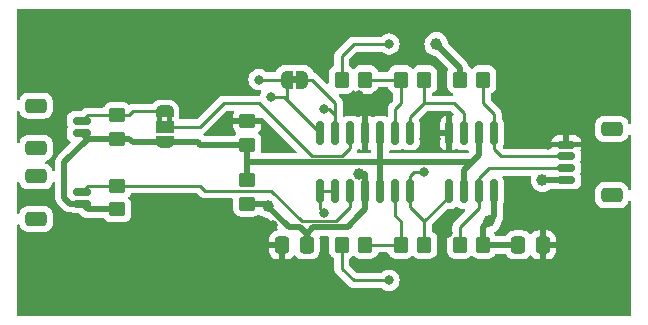
<source format=gtl>
%TF.GenerationSoftware,KiCad,Pcbnew,7.0.5*%
%TF.CreationDate,2024-03-22T22:58:55+01:00*%
%TF.ProjectId,anemometer,616e656d-6f6d-4657-9465-722e6b696361,rev?*%
%TF.SameCoordinates,Original*%
%TF.FileFunction,Copper,L1,Top*%
%TF.FilePolarity,Positive*%
%FSLAX46Y46*%
G04 Gerber Fmt 4.6, Leading zero omitted, Abs format (unit mm)*
G04 Created by KiCad (PCBNEW 7.0.5) date 2024-03-22 22:58:55*
%MOMM*%
%LPD*%
G01*
G04 APERTURE LIST*
G04 Aperture macros list*
%AMRoundRect*
0 Rectangle with rounded corners*
0 $1 Rounding radius*
0 $2 $3 $4 $5 $6 $7 $8 $9 X,Y pos of 4 corners*
0 Add a 4 corners polygon primitive as box body*
4,1,4,$2,$3,$4,$5,$6,$7,$8,$9,$2,$3,0*
0 Add four circle primitives for the rounded corners*
1,1,$1+$1,$2,$3*
1,1,$1+$1,$4,$5*
1,1,$1+$1,$6,$7*
1,1,$1+$1,$8,$9*
0 Add four rect primitives between the rounded corners*
20,1,$1+$1,$2,$3,$4,$5,0*
20,1,$1+$1,$4,$5,$6,$7,0*
20,1,$1+$1,$6,$7,$8,$9,0*
20,1,$1+$1,$8,$9,$2,$3,0*%
%AMFreePoly0*
4,1,19,0.500000,-0.750000,0.000000,-0.750000,0.000000,-0.744911,-0.071157,-0.744911,-0.207708,-0.704816,-0.327430,-0.627875,-0.420627,-0.520320,-0.479746,-0.390866,-0.500000,-0.250000,-0.500000,0.250000,-0.479746,0.390866,-0.420627,0.520320,-0.327430,0.627875,-0.207708,0.704816,-0.071157,0.744911,0.000000,0.744911,0.000000,0.750000,0.500000,0.750000,0.500000,-0.750000,0.500000,-0.750000,
$1*%
%AMFreePoly1*
4,1,19,0.000000,0.744911,0.071157,0.744911,0.207708,0.704816,0.327430,0.627875,0.420627,0.520320,0.479746,0.390866,0.500000,0.250000,0.500000,-0.250000,0.479746,-0.390866,0.420627,-0.520320,0.327430,-0.627875,0.207708,-0.704816,0.071157,-0.744911,0.000000,-0.744911,0.000000,-0.750000,-0.500000,-0.750000,-0.500000,0.750000,0.000000,0.750000,0.000000,0.744911,0.000000,0.744911,
$1*%
%AMFreePoly2*
4,1,19,0.550000,-0.750000,0.000000,-0.750000,0.000000,-0.744911,-0.071157,-0.744911,-0.207708,-0.704816,-0.327430,-0.627875,-0.420627,-0.520320,-0.479746,-0.390866,-0.500000,-0.250000,-0.500000,0.250000,-0.479746,0.390866,-0.420627,0.520320,-0.327430,0.627875,-0.207708,0.704816,-0.071157,0.744911,0.000000,0.744911,0.000000,0.750000,0.550000,0.750000,0.550000,-0.750000,0.550000,-0.750000,
$1*%
%AMFreePoly3*
4,1,19,0.000000,0.744911,0.071157,0.744911,0.207708,0.704816,0.327430,0.627875,0.420627,0.520320,0.479746,0.390866,0.500000,0.250000,0.500000,-0.250000,0.479746,-0.390866,0.420627,-0.520320,0.327430,-0.627875,0.207708,-0.704816,0.071157,-0.744911,0.000000,-0.744911,0.000000,-0.750000,-0.550000,-0.750000,-0.550000,0.750000,0.000000,0.750000,0.000000,0.744911,0.000000,0.744911,
$1*%
G04 Aperture macros list end*
%TA.AperFunction,SMDPad,CuDef*%
%ADD10RoundRect,0.250000X0.337500X0.475000X-0.337500X0.475000X-0.337500X-0.475000X0.337500X-0.475000X0*%
%TD*%
%TA.AperFunction,SMDPad,CuDef*%
%ADD11RoundRect,0.250000X0.450000X-0.350000X0.450000X0.350000X-0.450000X0.350000X-0.450000X-0.350000X0*%
%TD*%
%TA.AperFunction,SMDPad,CuDef*%
%ADD12RoundRect,0.150000X0.150000X-0.825000X0.150000X0.825000X-0.150000X0.825000X-0.150000X-0.825000X0*%
%TD*%
%TA.AperFunction,SMDPad,CuDef*%
%ADD13RoundRect,0.250000X0.350000X0.450000X-0.350000X0.450000X-0.350000X-0.450000X0.350000X-0.450000X0*%
%TD*%
%TA.AperFunction,SMDPad,CuDef*%
%ADD14RoundRect,0.150000X-0.625000X0.150000X-0.625000X-0.150000X0.625000X-0.150000X0.625000X0.150000X0*%
%TD*%
%TA.AperFunction,SMDPad,CuDef*%
%ADD15RoundRect,0.250000X-0.650000X0.350000X-0.650000X-0.350000X0.650000X-0.350000X0.650000X0.350000X0*%
%TD*%
%TA.AperFunction,SMDPad,CuDef*%
%ADD16RoundRect,0.250000X-0.350000X-0.450000X0.350000X-0.450000X0.350000X0.450000X-0.350000X0.450000X0*%
%TD*%
%TA.AperFunction,SMDPad,CuDef*%
%ADD17FreePoly0,180.000000*%
%TD*%
%TA.AperFunction,SMDPad,CuDef*%
%ADD18FreePoly1,180.000000*%
%TD*%
%TA.AperFunction,SMDPad,CuDef*%
%ADD19RoundRect,0.150000X0.625000X-0.150000X0.625000X0.150000X-0.625000X0.150000X-0.625000X-0.150000X0*%
%TD*%
%TA.AperFunction,SMDPad,CuDef*%
%ADD20RoundRect,0.250000X0.650000X-0.350000X0.650000X0.350000X-0.650000X0.350000X-0.650000X-0.350000X0*%
%TD*%
%TA.AperFunction,SMDPad,CuDef*%
%ADD21RoundRect,0.250000X-0.337500X-0.475000X0.337500X-0.475000X0.337500X0.475000X-0.337500X0.475000X0*%
%TD*%
%TA.AperFunction,SMDPad,CuDef*%
%ADD22RoundRect,0.150000X-0.150000X0.825000X-0.150000X-0.825000X0.150000X-0.825000X0.150000X0.825000X0*%
%TD*%
%TA.AperFunction,SMDPad,CuDef*%
%ADD23FreePoly2,270.000000*%
%TD*%
%TA.AperFunction,SMDPad,CuDef*%
%ADD24R,1.500000X1.000000*%
%TD*%
%TA.AperFunction,SMDPad,CuDef*%
%ADD25FreePoly3,270.000000*%
%TD*%
%TA.AperFunction,ViaPad*%
%ADD26C,0.800000*%
%TD*%
%TA.AperFunction,ViaPad*%
%ADD27C,1.000000*%
%TD*%
%TA.AperFunction,Conductor*%
%ADD28C,0.250000*%
%TD*%
%TA.AperFunction,Conductor*%
%ADD29C,0.500000*%
%TD*%
%ADD30C,0.350000*%
G04 APERTURE END LIST*
%TA.AperFunction,EtchedComponent*%
%TO.C,S2_EN2*%
G36*
X92250000Y-85300000D02*
G01*
X91750000Y-85300000D01*
X91750000Y-84700000D01*
X92250000Y-84700000D01*
X92250000Y-85300000D01*
G37*
%TD.AperFunction*%
%TA.AperFunction,EtchedComponent*%
%TO.C,S2_EN1*%
G36*
X81600000Y-88600000D02*
G01*
X81200000Y-88600000D01*
X81200000Y-88100000D01*
X81600000Y-88100000D01*
X81600000Y-88600000D01*
G37*
%TD.AperFunction*%
%TA.AperFunction,EtchedComponent*%
G36*
X80800000Y-88600000D02*
G01*
X80400000Y-88600000D01*
X80400000Y-88100000D01*
X80800000Y-88100000D01*
X80800000Y-88600000D01*
G37*
%TD.AperFunction*%
%TD*%
D10*
%TO.P,C1,1*%
%TO.N,+5V*%
X93037500Y-99000000D03*
%TO.P,C1,2*%
%TO.N,GND*%
X90962500Y-99000000D03*
%TD*%
D11*
%TO.P,R2,1*%
%TO.N,+2V5*%
X88000000Y-90500000D03*
%TO.P,R2,2*%
%TO.N,GND*%
X88000000Y-88500000D03*
%TD*%
D12*
%TO.P,U1,1*%
%TO.N,Net-(EN_Filter1-A)*%
X94190000Y-94475000D03*
%TO.P,U1,2,-*%
X95460000Y-94475000D03*
%TO.P,U1,3,+*%
%TO.N,Net-(U1A-+)*%
X96730000Y-94475000D03*
%TO.P,U1,4,V+*%
%TO.N,+5V*%
X98000000Y-94475000D03*
%TO.P,U1,5,+*%
%TO.N,+2V5*%
X99270000Y-94475000D03*
%TO.P,U1,6,-*%
%TO.N,Net-(U1B--)*%
X100540000Y-94475000D03*
%TO.P,U1,7*%
%TO.N,Sig1*%
X101810000Y-94475000D03*
%TO.P,U1,8*%
%TO.N,Net-(U2A-+)*%
X101810000Y-89525000D03*
%TO.P,U1,9,-*%
%TO.N,Net-(U1C--)*%
X100540000Y-89525000D03*
%TO.P,U1,10,+*%
%TO.N,+2V5*%
X99270000Y-89525000D03*
%TO.P,U1,11,V-*%
%TO.N,GND*%
X98000000Y-89525000D03*
%TO.P,U1,12,+*%
%TO.N,Net-(S2_EN1-C)*%
X96730000Y-89525000D03*
%TO.P,U1,13,-*%
%TO.N,Net-(S2_EN2-A)*%
X95460000Y-89525000D03*
%TO.P,U1,14*%
%TO.N,Net-(EN_Filter2-A)*%
X94190000Y-89525000D03*
%TD*%
D13*
%TO.P,R4,1*%
%TO.N,+5V*%
X108000000Y-99000000D03*
%TO.P,R4,2*%
%TO.N,Out1*%
X106000000Y-99000000D03*
%TD*%
D14*
%TO.P,Spkr2,1,1*%
%TO.N,Net-(S2_EN1-A)*%
X74000000Y-88500000D03*
%TO.P,Spkr2,2,2*%
%TO.N,+2V5*%
X74000000Y-89500000D03*
D15*
%TO.P,Spkr2,MP*%
%TO.N,N/C*%
X70125000Y-87200000D03*
X70125000Y-90800000D03*
%TD*%
D11*
%TO.P,R3,1*%
%TO.N,+2V5*%
X77000000Y-96000000D03*
%TO.P,R3,2*%
%TO.N,Net-(U1A-+)*%
X77000000Y-94000000D03*
%TD*%
D16*
%TO.P,R10,1*%
%TO.N,+5V*%
X106000000Y-85000000D03*
%TO.P,R10,2*%
%TO.N,Out2*%
X108000000Y-85000000D03*
%TD*%
D17*
%TO.P,S2_EN2,1,A*%
%TO.N,Net-(S2_EN2-A)*%
X92650000Y-85000000D03*
D18*
%TO.P,S2_EN2,2,B*%
%TO.N,Net-(EN_Filter2-A)*%
X91350000Y-85000000D03*
%TD*%
D16*
%TO.P,R5,1*%
%TO.N,Net-(EN_Filter1-B)*%
X96000000Y-99000000D03*
%TO.P,R5,2*%
%TO.N,Net-(U1B--)*%
X98000000Y-99000000D03*
%TD*%
D14*
%TO.P,Spkr1,1,1*%
%TO.N,Net-(U1A-+)*%
X74000000Y-94500000D03*
%TO.P,Spkr1,2,2*%
%TO.N,+2V5*%
X74000000Y-95500000D03*
D15*
%TO.P,Spkr1,MP*%
%TO.N,N/C*%
X70125000Y-93200000D03*
X70125000Y-96800000D03*
%TD*%
D19*
%TO.P,MCU1,1,Pin_1*%
%TO.N,+5V*%
X115000000Y-93500000D03*
%TO.P,MCU1,2,Pin_2*%
%TO.N,Out1*%
X115000000Y-92500000D03*
%TO.P,MCU1,3,Pin_3*%
%TO.N,Out2*%
X115000000Y-91500000D03*
%TO.P,MCU1,4,Pin_4*%
%TO.N,GND*%
X115000000Y-90500000D03*
D20*
%TO.P,MCU1,MP*%
%TO.N,N/C*%
X118875000Y-94800000D03*
X118875000Y-89200000D03*
%TD*%
D13*
%TO.P,R13,1*%
%TO.N,Net-(U2A-+)*%
X103000000Y-85000000D03*
%TO.P,R13,2*%
%TO.N,Net-(U1C--)*%
X101000000Y-85000000D03*
%TD*%
%TO.P,R6,1*%
%TO.N,Sig1*%
X103000000Y-99000000D03*
%TO.P,R6,2*%
%TO.N,Net-(U1B--)*%
X101000000Y-99000000D03*
%TD*%
D16*
%TO.P,R11,1*%
%TO.N,Net-(EN_Filter2-B)*%
X96000000Y-85000000D03*
%TO.P,R11,2*%
%TO.N,Net-(U1C--)*%
X98000000Y-85000000D03*
%TD*%
D21*
%TO.P,C2,1*%
%TO.N,+5V*%
X110962500Y-99000000D03*
%TO.P,C2,2*%
%TO.N,GND*%
X113037500Y-99000000D03*
%TD*%
D22*
%TO.P,U2,1*%
%TO.N,Out2*%
X108905000Y-89525000D03*
%TO.P,U2,2,-*%
%TO.N,+2V5*%
X107635000Y-89525000D03*
%TO.P,U2,3,+*%
%TO.N,Net-(U2A-+)*%
X106365000Y-89525000D03*
%TO.P,U2,4,V-*%
%TO.N,GND*%
X105095000Y-89525000D03*
%TO.P,U2,5,+*%
%TO.N,Sig1*%
X105095000Y-94475000D03*
%TO.P,U2,6,-*%
%TO.N,+2V5*%
X106365000Y-94475000D03*
%TO.P,U2,7*%
%TO.N,Out1*%
X107635000Y-94475000D03*
%TO.P,U2,8,V+*%
%TO.N,+5V*%
X108905000Y-94475000D03*
%TD*%
D23*
%TO.P,S2_EN1,1,A*%
%TO.N,Net-(S2_EN1-A)*%
X81000000Y-87700000D03*
D24*
%TO.P,S2_EN1,2,C*%
%TO.N,Net-(S2_EN1-C)*%
X81000000Y-89000000D03*
D25*
%TO.P,S2_EN1,3,B*%
%TO.N,+2V5*%
X81000000Y-90300000D03*
%TD*%
D11*
%TO.P,R9,1*%
%TO.N,+2V5*%
X77000000Y-90000000D03*
%TO.P,R9,2*%
%TO.N,Net-(S2_EN1-A)*%
X77000000Y-88000000D03*
%TD*%
%TO.P,R1,1*%
%TO.N,+5V*%
X88000000Y-95500000D03*
%TO.P,R1,2*%
%TO.N,+2V5*%
X88000000Y-93500000D03*
%TD*%
D26*
%TO.N,GND*%
X104000000Y-90000000D03*
X86500000Y-88500000D03*
X72000000Y-89000000D03*
X90000000Y-90500000D03*
X104000000Y-88500000D03*
X85000000Y-86000000D03*
X89500000Y-100500000D03*
X115000000Y-99000000D03*
X89500000Y-99000000D03*
X104500000Y-100500000D03*
X105000000Y-98000000D03*
X103000000Y-88500000D03*
X113500000Y-90500000D03*
X99000000Y-86324500D03*
X90000000Y-89500000D03*
X105500000Y-96500000D03*
X72500000Y-87500000D03*
X115000000Y-97000000D03*
X75500000Y-85500000D03*
X99000000Y-87500000D03*
X90168062Y-97331938D03*
X74500000Y-97500000D03*
X113000000Y-97000000D03*
X97500000Y-87500000D03*
X72000000Y-96500000D03*
X72000000Y-90500000D03*
X74500000Y-87000000D03*
X103000000Y-90000000D03*
X73000000Y-97500000D03*
X86000000Y-85000000D03*
X85500000Y-89000000D03*
X97472126Y-86280670D03*
X84000000Y-87000000D03*
X79000000Y-96000000D03*
%TO.N,Net-(EN_Filter1-B)*%
X100000000Y-102000000D03*
%TO.N,Net-(EN_Filter2-B)*%
X100000000Y-82000000D03*
D27*
%TO.N,+5V*%
X108500000Y-97000000D03*
X89768750Y-95731250D03*
X113000000Y-93500000D03*
X104000000Y-82000000D03*
X97500000Y-93000000D03*
D26*
%TO.N,Net-(EN_Filter1-A)*%
X94500000Y-96275500D03*
%TO.N,Net-(EN_Filter2-A)*%
X89000000Y-85000000D03*
X90000000Y-86487701D03*
%TO.N,Net-(S2_EN2-A)*%
X94500000Y-87500000D03*
%TO.N,Sig1*%
X103000000Y-92849500D03*
%TD*%
D28*
%TO.N,Net-(EN_Filter1-B)*%
X96000000Y-99000000D02*
X96000000Y-101000000D01*
X97000000Y-102000000D02*
X100000000Y-102000000D01*
X96000000Y-101000000D02*
X97000000Y-102000000D01*
%TO.N,Net-(EN_Filter2-B)*%
X100000000Y-82000000D02*
X97000000Y-82000000D01*
X97000000Y-82000000D02*
X96000000Y-83000000D01*
X96000000Y-83000000D02*
X96000000Y-85000000D01*
D29*
%TO.N,+5V*%
X108905000Y-94475000D02*
X108905000Y-96595000D01*
X88000000Y-95500000D02*
X89537500Y-95500000D01*
X93037500Y-98037500D02*
X93037500Y-99000000D01*
X97500000Y-96500000D02*
X96500000Y-97500000D01*
X108500000Y-97000000D02*
X108000000Y-97500000D01*
X110962500Y-99000000D02*
X108000000Y-99000000D01*
X98000000Y-96000000D02*
X97500000Y-96500000D01*
X106000000Y-85000000D02*
X106000000Y-84000000D01*
X98000000Y-94475000D02*
X98000000Y-93000000D01*
X98000000Y-93000000D02*
X97500000Y-93000000D01*
X89537500Y-95500000D02*
X91537500Y-97500000D01*
X96500000Y-97502000D02*
X93573000Y-97502000D01*
X106000000Y-84000000D02*
X104000000Y-82000000D01*
X108000000Y-97500000D02*
X108000000Y-99000000D01*
X92500000Y-97500000D02*
X93037500Y-98037500D01*
X108905000Y-96595000D02*
X108500000Y-97000000D01*
X91537500Y-97500000D02*
X92500000Y-97500000D01*
X113000000Y-93500000D02*
X115000000Y-93500000D01*
X93573000Y-97502000D02*
X93037500Y-98037500D01*
X98000000Y-94475000D02*
X98000000Y-96000000D01*
X96500000Y-97500000D02*
X96500000Y-97502000D01*
D28*
%TO.N,Net-(EN_Filter1-A)*%
X94190000Y-94475000D02*
X95460000Y-94475000D01*
X94190000Y-95965500D02*
X94190000Y-94475000D01*
X94500000Y-96275500D02*
X94190000Y-95965500D01*
%TO.N,Net-(EN_Filter2-A)*%
X91350000Y-86685000D02*
X91832500Y-87167500D01*
X91152701Y-86487701D02*
X91832500Y-87167500D01*
X91832500Y-87167500D02*
X94190000Y-89525000D01*
X90000000Y-86487701D02*
X91152701Y-86487701D01*
X89000000Y-85000000D02*
X91350000Y-85000000D01*
X91350000Y-85000000D02*
X91350000Y-86685000D01*
%TO.N,Net-(U1A-+)*%
X74500000Y-94000000D02*
X74000000Y-94500000D01*
X77000000Y-94000000D02*
X74500000Y-94000000D01*
X90033158Y-94425000D02*
X84425000Y-94425000D01*
X96730000Y-95770000D02*
X95500000Y-97000000D01*
X84425000Y-94425000D02*
X84000000Y-94000000D01*
X96730000Y-94475000D02*
X96730000Y-95770000D01*
X92608158Y-97000000D02*
X90033158Y-94425000D01*
X84000000Y-94000000D02*
X77000000Y-94000000D01*
X95500000Y-97000000D02*
X92608158Y-97000000D01*
D29*
%TO.N,+2V5*%
X99270000Y-92000000D02*
X99270000Y-94475000D01*
X99270000Y-92000000D02*
X107000000Y-92000000D01*
X74000000Y-89500000D02*
X74500000Y-90000000D01*
X107635000Y-91365000D02*
X107000000Y-92000000D01*
X74000000Y-95500000D02*
X73000000Y-95500000D01*
X84000000Y-90500000D02*
X88000000Y-90500000D01*
X107000000Y-92000000D02*
X106365000Y-92635000D01*
X106365000Y-92635000D02*
X106365000Y-94475000D01*
X74500000Y-90000000D02*
X77000000Y-90000000D01*
X83800000Y-90300000D02*
X84000000Y-90500000D01*
X72500000Y-92000000D02*
X74500000Y-90000000D01*
X99268000Y-92002000D02*
X88002000Y-92002000D01*
X72500000Y-95000000D02*
X72500000Y-92000000D01*
X88000000Y-92000000D02*
X88000000Y-90500000D01*
X74500000Y-96000000D02*
X74000000Y-95500000D01*
X77000000Y-96000000D02*
X74500000Y-96000000D01*
X99270000Y-89525000D02*
X99270000Y-92000000D01*
X81000000Y-90300000D02*
X83800000Y-90300000D01*
X88000000Y-93500000D02*
X88000000Y-92000000D01*
X107635000Y-89525000D02*
X107635000Y-91365000D01*
X99268000Y-92002000D02*
X99270000Y-92000000D01*
X78000000Y-90000000D02*
X77000000Y-90000000D01*
X81000000Y-90300000D02*
X78300000Y-90300000D01*
X78300000Y-90300000D02*
X78000000Y-90000000D01*
X73000000Y-95500000D02*
X72500000Y-95000000D01*
X88002000Y-92002000D02*
X88000000Y-92000000D01*
D28*
%TO.N,Net-(U1B--)*%
X101000000Y-99000000D02*
X98000000Y-99000000D01*
X101000000Y-97000000D02*
X101000000Y-99000000D01*
X100540000Y-94475000D02*
X100540000Y-96540000D01*
X100540000Y-96540000D02*
X101000000Y-97000000D01*
%TO.N,Out1*%
X107635000Y-93365000D02*
X107635000Y-94475000D01*
X107635000Y-95865000D02*
X106000000Y-97500000D01*
X106000000Y-97500000D02*
X106000000Y-99000000D01*
X108500000Y-92500000D02*
X107635000Y-93365000D01*
X115000000Y-92500000D02*
X108500000Y-92500000D01*
X107635000Y-94475000D02*
X107635000Y-95865000D01*
%TO.N,Out2*%
X108905000Y-89525000D02*
X108905000Y-90905000D01*
X108905000Y-90905000D02*
X109500000Y-91500000D01*
X109500000Y-91500000D02*
X115000000Y-91500000D01*
X108905000Y-89525000D02*
X108905000Y-87905000D01*
X108905000Y-87905000D02*
X108000000Y-87000000D01*
X108000000Y-87000000D02*
X108000000Y-85000000D01*
%TO.N,Net-(S2_EN1-A)*%
X78000000Y-88000000D02*
X78300000Y-87700000D01*
X77000000Y-88000000D02*
X78000000Y-88000000D01*
X77000000Y-88000000D02*
X74500000Y-88000000D01*
X74500000Y-88000000D02*
X74000000Y-88500000D01*
X78300000Y-87700000D02*
X81000000Y-87700000D01*
%TO.N,Net-(U1C--)*%
X98000000Y-85000000D02*
X101000000Y-85000000D01*
X100540000Y-89525000D02*
X100540000Y-87460000D01*
X100540000Y-87460000D02*
X101000000Y-87000000D01*
X101000000Y-87000000D02*
X101000000Y-85000000D01*
%TO.N,Net-(S2_EN2-A)*%
X95460000Y-88000000D02*
X95460000Y-89525000D01*
X94960000Y-87500000D02*
X95460000Y-88000000D01*
X92650000Y-85000000D02*
X93500000Y-85000000D01*
X94500000Y-87500000D02*
X94960000Y-87500000D01*
X95460000Y-86960000D02*
X95460000Y-88000000D01*
X93500000Y-85000000D02*
X95460000Y-86960000D01*
%TO.N,Net-(S2_EN1-C)*%
X93500000Y-91500000D02*
X89000000Y-87000000D01*
X86000000Y-87000000D02*
X84000000Y-89000000D01*
X89000000Y-87000000D02*
X86000000Y-87000000D01*
X84000000Y-89000000D02*
X81000000Y-89000000D01*
X96000000Y-91500000D02*
X93500000Y-91500000D01*
X96730000Y-89525000D02*
X96730000Y-90770000D01*
X96730000Y-90770000D02*
X96000000Y-91500000D01*
%TO.N,Sig1*%
X103000000Y-97000000D02*
X103000000Y-98000000D01*
X101810000Y-94475000D02*
X101810000Y-95810000D01*
X101810000Y-95810000D02*
X103000000Y-97000000D01*
X105095000Y-94905000D02*
X103000000Y-97000000D01*
X103000000Y-92849500D02*
X102150500Y-92849500D01*
X105095000Y-94475000D02*
X105095000Y-94905000D01*
X101810000Y-93190000D02*
X101810000Y-94475000D01*
X102150500Y-92849500D02*
X101810000Y-93190000D01*
X103000000Y-98000000D02*
X103000000Y-99000000D01*
%TO.N,Net-(U2A-+)*%
X103000000Y-87000000D02*
X103000000Y-85000000D01*
X101810000Y-88190000D02*
X103000000Y-87000000D01*
X106365000Y-89525000D02*
X106365000Y-87865000D01*
X105500000Y-87000000D02*
X103000000Y-87000000D01*
X106365000Y-87865000D02*
X105500000Y-87000000D01*
X101810000Y-88190000D02*
X101810000Y-89525000D01*
%TD*%
%TA.AperFunction,Conductor*%
%TO.N,GND*%
G36*
X120442539Y-79020185D02*
G01*
X120488294Y-79072989D01*
X120499500Y-79124500D01*
X120499500Y-88636455D01*
X120479815Y-88703494D01*
X120427011Y-88749249D01*
X120357853Y-88759193D01*
X120294297Y-88730168D01*
X120257794Y-88675459D01*
X120231936Y-88597426D01*
X120209814Y-88530666D01*
X120117712Y-88381344D01*
X119993656Y-88257288D01*
X119900888Y-88200069D01*
X119844336Y-88165187D01*
X119844331Y-88165185D01*
X119790110Y-88147218D01*
X119677797Y-88110001D01*
X119677795Y-88110000D01*
X119575010Y-88099500D01*
X118174998Y-88099500D01*
X118174981Y-88099501D01*
X118072203Y-88110000D01*
X118072200Y-88110001D01*
X117905668Y-88165185D01*
X117905663Y-88165187D01*
X117756342Y-88257289D01*
X117632289Y-88381342D01*
X117540187Y-88530663D01*
X117540185Y-88530668D01*
X117524296Y-88578618D01*
X117485001Y-88697203D01*
X117485001Y-88697204D01*
X117485000Y-88697204D01*
X117474500Y-88799983D01*
X117474500Y-89600001D01*
X117474501Y-89600019D01*
X117485000Y-89702796D01*
X117485001Y-89702799D01*
X117527372Y-89830663D01*
X117540186Y-89869334D01*
X117632288Y-90018656D01*
X117756344Y-90142712D01*
X117905666Y-90234814D01*
X118072203Y-90289999D01*
X118174991Y-90300500D01*
X119575008Y-90300499D01*
X119677797Y-90289999D01*
X119844334Y-90234814D01*
X119993656Y-90142712D01*
X120117712Y-90018656D01*
X120209814Y-89869334D01*
X120257794Y-89724537D01*
X120297567Y-89667094D01*
X120362082Y-89640271D01*
X120430858Y-89652586D01*
X120482058Y-89700129D01*
X120499500Y-89763543D01*
X120499500Y-94236455D01*
X120479815Y-94303494D01*
X120427011Y-94349249D01*
X120357853Y-94359193D01*
X120294297Y-94330168D01*
X120257794Y-94275459D01*
X120222210Y-94168076D01*
X120209814Y-94130666D01*
X120117712Y-93981344D01*
X119993656Y-93857288D01*
X119868052Y-93779815D01*
X119844336Y-93765187D01*
X119844331Y-93765185D01*
X119838283Y-93763181D01*
X119677797Y-93710001D01*
X119677795Y-93710000D01*
X119575010Y-93699500D01*
X118174998Y-93699500D01*
X118174981Y-93699501D01*
X118072203Y-93710000D01*
X118072200Y-93710001D01*
X117905668Y-93765185D01*
X117905663Y-93765187D01*
X117756342Y-93857289D01*
X117632289Y-93981342D01*
X117540187Y-94130663D01*
X117540185Y-94130668D01*
X117513605Y-94210883D01*
X117485001Y-94297203D01*
X117485001Y-94297204D01*
X117485000Y-94297204D01*
X117474500Y-94399983D01*
X117474500Y-95200001D01*
X117474501Y-95200019D01*
X117485000Y-95302796D01*
X117485001Y-95302799D01*
X117540185Y-95469331D01*
X117540187Y-95469336D01*
X117544587Y-95476469D01*
X117632288Y-95618656D01*
X117756344Y-95742712D01*
X117905666Y-95834814D01*
X118072203Y-95889999D01*
X118174991Y-95900500D01*
X119575008Y-95900499D01*
X119677797Y-95889999D01*
X119844334Y-95834814D01*
X119993656Y-95742712D01*
X120117712Y-95618656D01*
X120209814Y-95469334D01*
X120257794Y-95324537D01*
X120297567Y-95267094D01*
X120362082Y-95240271D01*
X120430858Y-95252586D01*
X120482058Y-95300129D01*
X120499500Y-95363543D01*
X120499500Y-104875500D01*
X120479815Y-104942539D01*
X120427011Y-104988294D01*
X120375500Y-104999500D01*
X68624500Y-104999500D01*
X68557461Y-104979815D01*
X68511706Y-104927011D01*
X68500500Y-104875500D01*
X68500500Y-99250000D01*
X89875001Y-99250000D01*
X89875001Y-99524986D01*
X89885494Y-99627697D01*
X89940641Y-99794119D01*
X89940643Y-99794124D01*
X90032684Y-99943345D01*
X90156654Y-100067315D01*
X90305875Y-100159356D01*
X90305880Y-100159358D01*
X90472302Y-100214505D01*
X90472309Y-100214506D01*
X90575019Y-100224999D01*
X90712499Y-100224999D01*
X90712500Y-100224998D01*
X90712500Y-99250000D01*
X89875001Y-99250000D01*
X68500500Y-99250000D01*
X68500500Y-97363544D01*
X68520185Y-97296505D01*
X68572989Y-97250750D01*
X68642147Y-97240806D01*
X68705703Y-97269831D01*
X68742205Y-97324539D01*
X68790186Y-97469334D01*
X68882288Y-97618656D01*
X69006344Y-97742712D01*
X69155666Y-97834814D01*
X69322203Y-97889999D01*
X69424991Y-97900500D01*
X70825008Y-97900499D01*
X70927797Y-97889999D01*
X71094334Y-97834814D01*
X71243656Y-97742712D01*
X71367712Y-97618656D01*
X71459814Y-97469334D01*
X71514999Y-97302797D01*
X71525500Y-97200009D01*
X71525499Y-96399992D01*
X71525160Y-96396677D01*
X71514999Y-96297203D01*
X71514998Y-96297200D01*
X71500263Y-96252734D01*
X71459814Y-96130666D01*
X71367712Y-95981344D01*
X71243656Y-95857288D01*
X71150888Y-95800069D01*
X71094336Y-95765187D01*
X71094331Y-95765185D01*
X71092862Y-95764698D01*
X70927797Y-95710001D01*
X70927795Y-95710000D01*
X70825010Y-95699500D01*
X69424998Y-95699500D01*
X69424981Y-95699501D01*
X69322203Y-95710000D01*
X69322200Y-95710001D01*
X69155668Y-95765185D01*
X69155663Y-95765187D01*
X69006342Y-95857289D01*
X68882289Y-95981342D01*
X68790187Y-96130663D01*
X68790185Y-96130668D01*
X68742206Y-96275460D01*
X68702433Y-96332905D01*
X68637917Y-96359728D01*
X68569141Y-96347413D01*
X68517942Y-96299870D01*
X68500500Y-96236456D01*
X68500500Y-93763544D01*
X68520185Y-93696505D01*
X68572989Y-93650750D01*
X68642147Y-93640806D01*
X68705703Y-93669831D01*
X68742205Y-93724539D01*
X68773693Y-93819562D01*
X68790185Y-93869331D01*
X68790187Y-93869336D01*
X68809462Y-93900585D01*
X68882288Y-94018656D01*
X69006344Y-94142712D01*
X69155666Y-94234814D01*
X69322203Y-94289999D01*
X69424991Y-94300500D01*
X70825008Y-94300499D01*
X70927797Y-94289999D01*
X71094334Y-94234814D01*
X71243656Y-94142712D01*
X71367712Y-94018656D01*
X71459814Y-93869334D01*
X71507794Y-93724537D01*
X71547567Y-93667094D01*
X71612082Y-93640271D01*
X71680858Y-93652586D01*
X71732058Y-93700129D01*
X71749500Y-93763543D01*
X71749500Y-94936294D01*
X71748191Y-94954263D01*
X71744710Y-94978025D01*
X71747613Y-95011195D01*
X71748939Y-95026356D01*
X71749264Y-95030064D01*
X71749500Y-95035470D01*
X71749500Y-95043712D01*
X71753202Y-95075391D01*
X71753383Y-95077159D01*
X71755381Y-95099991D01*
X71760000Y-95152792D01*
X71761461Y-95159867D01*
X71761403Y-95159878D01*
X71763034Y-95167237D01*
X71763092Y-95167224D01*
X71764757Y-95174249D01*
X71764758Y-95174254D01*
X71764759Y-95174255D01*
X71784980Y-95229815D01*
X71790708Y-95245551D01*
X71791299Y-95247253D01*
X71815182Y-95319326D01*
X71818236Y-95325874D01*
X71818182Y-95325898D01*
X71821470Y-95332688D01*
X71821521Y-95332663D01*
X71824761Y-95339113D01*
X71824762Y-95339114D01*
X71824763Y-95339117D01*
X71866494Y-95402567D01*
X71867443Y-95404058D01*
X71907289Y-95468657D01*
X71911766Y-95474319D01*
X71911719Y-95474356D01*
X71916482Y-95480202D01*
X71916528Y-95480164D01*
X71921173Y-95485699D01*
X71976363Y-95537768D01*
X71977657Y-95539025D01*
X72424270Y-95985638D01*
X72436051Y-95999270D01*
X72450388Y-96018528D01*
X72490409Y-96052111D01*
X72494397Y-96055766D01*
X72500217Y-96061586D01*
X72500222Y-96061590D01*
X72500223Y-96061591D01*
X72525263Y-96081390D01*
X72526644Y-96082515D01*
X72543626Y-96096764D01*
X72584786Y-96131302D01*
X72584787Y-96131302D01*
X72584789Y-96131304D01*
X72590818Y-96135270D01*
X72590785Y-96135319D01*
X72597147Y-96139372D01*
X72597179Y-96139321D01*
X72603319Y-96143108D01*
X72603323Y-96143111D01*
X72626237Y-96153796D01*
X72672137Y-96175200D01*
X72673760Y-96175986D01*
X72741562Y-96210038D01*
X72748357Y-96212511D01*
X72748336Y-96212567D01*
X72755457Y-96215043D01*
X72755476Y-96214986D01*
X72762319Y-96217253D01*
X72762327Y-96217257D01*
X72836748Y-96232623D01*
X72838371Y-96232983D01*
X72912279Y-96250500D01*
X72912280Y-96250500D01*
X72912284Y-96250501D01*
X72919453Y-96251339D01*
X72919446Y-96251398D01*
X72926944Y-96252164D01*
X72926950Y-96252105D01*
X72934139Y-96252734D01*
X72934143Y-96252733D01*
X72934144Y-96252734D01*
X72962229Y-96251916D01*
X73010032Y-96250526D01*
X73011835Y-96250500D01*
X73092672Y-96250500D01*
X73127267Y-96255424D01*
X73272426Y-96297597D01*
X73272429Y-96297597D01*
X73272431Y-96297598D01*
X73309306Y-96300500D01*
X73687770Y-96300500D01*
X73754809Y-96320185D01*
X73775451Y-96336819D01*
X73924270Y-96485638D01*
X73936051Y-96499270D01*
X73950388Y-96518528D01*
X73990409Y-96552111D01*
X73994397Y-96555766D01*
X74000217Y-96561586D01*
X74000222Y-96561590D01*
X74000223Y-96561591D01*
X74025263Y-96581390D01*
X74026644Y-96582515D01*
X74038557Y-96592511D01*
X74084786Y-96631302D01*
X74084787Y-96631302D01*
X74084789Y-96631304D01*
X74090818Y-96635270D01*
X74090785Y-96635319D01*
X74097147Y-96639372D01*
X74097179Y-96639321D01*
X74103319Y-96643108D01*
X74103323Y-96643111D01*
X74131405Y-96656206D01*
X74172137Y-96675200D01*
X74173760Y-96675986D01*
X74241562Y-96710038D01*
X74248357Y-96712511D01*
X74248336Y-96712567D01*
X74255457Y-96715043D01*
X74255476Y-96714986D01*
X74262319Y-96717253D01*
X74262327Y-96717257D01*
X74336748Y-96732623D01*
X74338371Y-96732983D01*
X74412279Y-96750500D01*
X74412280Y-96750500D01*
X74412284Y-96750501D01*
X74419453Y-96751339D01*
X74419446Y-96751398D01*
X74426944Y-96752164D01*
X74426950Y-96752105D01*
X74434139Y-96752734D01*
X74434143Y-96752733D01*
X74434144Y-96752734D01*
X74462229Y-96751916D01*
X74510032Y-96750526D01*
X74511835Y-96750500D01*
X75846042Y-96750500D01*
X75913081Y-96770185D01*
X75951580Y-96809402D01*
X75955669Y-96816032D01*
X75957288Y-96818656D01*
X76081344Y-96942712D01*
X76230666Y-97034814D01*
X76397203Y-97089999D01*
X76499991Y-97100500D01*
X77500008Y-97100499D01*
X77500016Y-97100498D01*
X77500019Y-97100498D01*
X77592831Y-97091017D01*
X77602797Y-97089999D01*
X77769334Y-97034814D01*
X77918656Y-96942712D01*
X78042712Y-96818656D01*
X78134814Y-96669334D01*
X78189999Y-96502797D01*
X78200500Y-96400009D01*
X78200499Y-95599992D01*
X78197482Y-95570462D01*
X78189999Y-95497203D01*
X78189998Y-95497200D01*
X78180539Y-95468656D01*
X78134814Y-95330666D01*
X78042712Y-95181344D01*
X77949048Y-95087680D01*
X77915564Y-95026356D01*
X77920548Y-94956665D01*
X77949045Y-94912322D01*
X78042712Y-94818656D01*
X78125519Y-94684402D01*
X78177467Y-94637679D01*
X78231058Y-94625500D01*
X83689548Y-94625500D01*
X83756587Y-94645185D01*
X83777229Y-94661819D01*
X83924194Y-94808784D01*
X83934019Y-94821048D01*
X83934240Y-94820866D01*
X83939210Y-94826874D01*
X83988949Y-94873582D01*
X83990316Y-94874906D01*
X84010530Y-94895120D01*
X84016004Y-94899366D01*
X84020442Y-94903156D01*
X84054418Y-94935062D01*
X84068333Y-94942712D01*
X84071973Y-94944713D01*
X84088231Y-94955392D01*
X84104064Y-94967674D01*
X84126015Y-94977172D01*
X84146837Y-94986183D01*
X84152081Y-94988752D01*
X84192908Y-95011197D01*
X84212312Y-95016179D01*
X84230710Y-95022478D01*
X84249105Y-95030438D01*
X84295129Y-95037726D01*
X84300832Y-95038907D01*
X84345981Y-95050500D01*
X84366016Y-95050500D01*
X84385413Y-95052026D01*
X84405196Y-95055160D01*
X84451583Y-95050775D01*
X84457422Y-95050500D01*
X86675500Y-95050500D01*
X86742539Y-95070185D01*
X86788294Y-95122989D01*
X86799500Y-95174500D01*
X86799500Y-95900001D01*
X86799501Y-95900019D01*
X86810000Y-96002796D01*
X86810001Y-96002799D01*
X86865185Y-96169331D01*
X86865187Y-96169336D01*
X86894745Y-96217257D01*
X86957288Y-96318656D01*
X87081344Y-96442712D01*
X87230666Y-96534814D01*
X87397203Y-96589999D01*
X87499991Y-96600500D01*
X88500008Y-96600499D01*
X88500016Y-96600498D01*
X88500019Y-96600498D01*
X88556302Y-96594748D01*
X88602797Y-96589999D01*
X88769334Y-96534814D01*
X88918656Y-96442712D01*
X88918658Y-96442709D01*
X88923197Y-96439910D01*
X88990590Y-96421470D01*
X89057253Y-96442393D01*
X89066959Y-96449596D01*
X89180094Y-96542442D01*
X89210212Y-96567160D01*
X89210215Y-96567161D01*
X89210217Y-96567163D01*
X89384016Y-96660061D01*
X89384019Y-96660061D01*
X89384023Y-96660064D01*
X89572618Y-96717274D01*
X89662447Y-96726121D01*
X89727235Y-96752281D01*
X89737975Y-96761843D01*
X90325116Y-97348984D01*
X90550290Y-97574157D01*
X90583775Y-97635480D01*
X90578791Y-97705171D01*
X90536919Y-97761105D01*
X90478856Y-97783776D01*
X90478921Y-97784077D01*
X90477075Y-97784472D01*
X90475224Y-97785195D01*
X90472304Y-97785493D01*
X90305880Y-97840641D01*
X90305875Y-97840643D01*
X90156654Y-97932684D01*
X90032684Y-98056654D01*
X89940643Y-98205875D01*
X89940641Y-98205880D01*
X89885494Y-98372302D01*
X89885493Y-98372309D01*
X89875000Y-98475013D01*
X89875000Y-98750000D01*
X91088500Y-98750000D01*
X91155539Y-98769685D01*
X91201294Y-98822489D01*
X91212500Y-98874000D01*
X91212500Y-100224999D01*
X91349972Y-100224999D01*
X91349986Y-100224998D01*
X91452697Y-100214505D01*
X91619119Y-100159358D01*
X91619124Y-100159356D01*
X91768345Y-100067315D01*
X91892318Y-99943342D01*
X91894165Y-99940348D01*
X91895969Y-99938724D01*
X91896798Y-99937677D01*
X91896976Y-99937818D01*
X91946110Y-99893621D01*
X92015073Y-99882396D01*
X92079156Y-99910236D01*
X92105242Y-99940339D01*
X92107288Y-99943656D01*
X92231344Y-100067712D01*
X92380666Y-100159814D01*
X92547203Y-100214999D01*
X92649991Y-100225500D01*
X93425008Y-100225499D01*
X93425016Y-100225498D01*
X93425019Y-100225498D01*
X93481302Y-100219748D01*
X93527797Y-100214999D01*
X93694334Y-100159814D01*
X93843656Y-100067712D01*
X93967712Y-99943656D01*
X94059814Y-99794334D01*
X94114999Y-99627797D01*
X94125500Y-99525009D01*
X94125499Y-98474992D01*
X94116725Y-98389101D01*
X94129495Y-98320409D01*
X94177375Y-98269525D01*
X94240083Y-98252500D01*
X94787623Y-98252500D01*
X94854662Y-98272185D01*
X94900417Y-98324989D01*
X94909819Y-98390380D01*
X94910689Y-98390469D01*
X94910333Y-98393952D01*
X94910361Y-98394147D01*
X94910249Y-98394771D01*
X94899500Y-98499983D01*
X94899500Y-99500001D01*
X94899501Y-99500019D01*
X94910000Y-99602796D01*
X94910001Y-99602799D01*
X94965185Y-99769331D01*
X94965187Y-99769336D01*
X94980604Y-99794331D01*
X95057288Y-99918656D01*
X95181344Y-100042712D01*
X95315597Y-100125519D01*
X95362321Y-100177465D01*
X95374500Y-100231057D01*
X95374500Y-100917255D01*
X95372775Y-100932872D01*
X95373061Y-100932899D01*
X95372326Y-100940666D01*
X95374469Y-101008846D01*
X95374500Y-101010793D01*
X95374500Y-101039343D01*
X95374501Y-101039360D01*
X95375368Y-101046231D01*
X95375826Y-101052050D01*
X95377290Y-101098624D01*
X95377291Y-101098627D01*
X95382880Y-101117867D01*
X95386824Y-101136911D01*
X95389336Y-101156791D01*
X95406490Y-101200119D01*
X95408382Y-101205647D01*
X95421381Y-101250388D01*
X95431580Y-101267634D01*
X95440136Y-101285100D01*
X95447514Y-101303732D01*
X95472542Y-101338181D01*
X95474898Y-101341423D01*
X95478106Y-101346307D01*
X95501827Y-101386416D01*
X95501833Y-101386424D01*
X95515990Y-101400580D01*
X95528628Y-101415376D01*
X95540405Y-101431586D01*
X95540406Y-101431587D01*
X95576309Y-101461288D01*
X95580620Y-101465210D01*
X96115410Y-102000000D01*
X96499194Y-102383784D01*
X96509019Y-102396048D01*
X96509240Y-102395866D01*
X96514210Y-102401874D01*
X96563949Y-102448582D01*
X96565316Y-102449906D01*
X96585530Y-102470120D01*
X96591004Y-102474366D01*
X96595442Y-102478156D01*
X96629418Y-102510062D01*
X96629422Y-102510064D01*
X96646973Y-102519713D01*
X96663231Y-102530392D01*
X96679064Y-102542674D01*
X96701015Y-102552172D01*
X96721837Y-102561183D01*
X96727081Y-102563752D01*
X96767908Y-102586197D01*
X96787312Y-102591179D01*
X96805710Y-102597478D01*
X96824105Y-102605438D01*
X96870129Y-102612726D01*
X96875832Y-102613907D01*
X96920981Y-102625500D01*
X96941016Y-102625500D01*
X96960413Y-102627026D01*
X96980196Y-102630160D01*
X97026583Y-102625775D01*
X97032422Y-102625500D01*
X99296252Y-102625500D01*
X99363291Y-102645185D01*
X99388400Y-102666526D01*
X99394126Y-102672885D01*
X99394130Y-102672889D01*
X99547265Y-102784148D01*
X99547270Y-102784151D01*
X99720192Y-102861142D01*
X99720197Y-102861144D01*
X99905354Y-102900500D01*
X99905355Y-102900500D01*
X100094644Y-102900500D01*
X100094646Y-102900500D01*
X100279803Y-102861144D01*
X100452730Y-102784151D01*
X100605871Y-102672888D01*
X100732533Y-102532216D01*
X100827179Y-102368284D01*
X100885674Y-102188256D01*
X100905460Y-102000000D01*
X100885674Y-101811744D01*
X100827179Y-101631716D01*
X100732533Y-101467784D01*
X100605871Y-101327112D01*
X100605870Y-101327111D01*
X100452734Y-101215851D01*
X100452729Y-101215848D01*
X100279807Y-101138857D01*
X100279802Y-101138855D01*
X100134001Y-101107865D01*
X100094646Y-101099500D01*
X99905354Y-101099500D01*
X99872897Y-101106398D01*
X99720197Y-101138855D01*
X99720192Y-101138857D01*
X99547270Y-101215848D01*
X99547265Y-101215851D01*
X99394130Y-101327110D01*
X99394126Y-101327114D01*
X99388400Y-101333474D01*
X99328913Y-101370121D01*
X99296252Y-101374500D01*
X97310452Y-101374500D01*
X97243413Y-101354815D01*
X97222771Y-101338181D01*
X96661819Y-100777228D01*
X96628334Y-100715905D01*
X96625500Y-100689547D01*
X96625500Y-100231057D01*
X96645185Y-100164018D01*
X96684401Y-100125520D01*
X96818656Y-100042712D01*
X96912322Y-99949045D01*
X96973641Y-99915563D01*
X97043333Y-99920547D01*
X97087676Y-99949044D01*
X97181344Y-100042712D01*
X97330666Y-100134814D01*
X97497203Y-100189999D01*
X97599991Y-100200500D01*
X98400008Y-100200499D01*
X98400016Y-100200498D01*
X98400019Y-100200498D01*
X98456302Y-100194748D01*
X98502797Y-100189999D01*
X98669334Y-100134814D01*
X98818656Y-100042712D01*
X98942712Y-99918656D01*
X99034814Y-99769334D01*
X99054311Y-99710493D01*
X99094084Y-99653051D01*
X99158600Y-99626228D01*
X99172017Y-99625500D01*
X99827983Y-99625500D01*
X99895022Y-99645185D01*
X99940777Y-99697989D01*
X99945689Y-99710495D01*
X99965186Y-99769333D01*
X99965187Y-99769336D01*
X99980604Y-99794331D01*
X100057288Y-99918656D01*
X100181344Y-100042712D01*
X100330666Y-100134814D01*
X100497203Y-100189999D01*
X100599991Y-100200500D01*
X101400008Y-100200499D01*
X101400016Y-100200498D01*
X101400019Y-100200498D01*
X101456302Y-100194748D01*
X101502797Y-100189999D01*
X101669334Y-100134814D01*
X101818656Y-100042712D01*
X101912318Y-99949049D01*
X101973642Y-99915564D01*
X102043334Y-99920548D01*
X102087680Y-99949048D01*
X102181344Y-100042712D01*
X102330666Y-100134814D01*
X102497203Y-100189999D01*
X102599991Y-100200500D01*
X103400008Y-100200499D01*
X103400016Y-100200498D01*
X103400019Y-100200498D01*
X103456302Y-100194748D01*
X103502797Y-100189999D01*
X103669334Y-100134814D01*
X103818656Y-100042712D01*
X103942712Y-99918656D01*
X104034814Y-99769334D01*
X104089999Y-99602797D01*
X104100500Y-99500009D01*
X104100499Y-98499992D01*
X104097947Y-98475013D01*
X104089999Y-98397203D01*
X104089998Y-98397200D01*
X104073346Y-98346949D01*
X104034814Y-98230666D01*
X103942712Y-98081344D01*
X103818656Y-97957288D01*
X103684402Y-97874480D01*
X103637679Y-97822533D01*
X103625500Y-97768942D01*
X103625500Y-97310452D01*
X103645185Y-97243413D01*
X103661819Y-97222771D01*
X104897772Y-95986819D01*
X104959095Y-95953334D01*
X104985453Y-95950500D01*
X105310686Y-95950500D01*
X105310694Y-95950500D01*
X105347569Y-95947598D01*
X105347571Y-95947597D01*
X105347573Y-95947597D01*
X105418388Y-95927023D01*
X105505398Y-95901744D01*
X105646865Y-95818081D01*
X105646868Y-95818077D01*
X105653026Y-95813301D01*
X105654927Y-95815752D01*
X105703579Y-95789154D01*
X105773274Y-95794103D01*
X105805700Y-95814942D01*
X105806974Y-95813301D01*
X105813139Y-95818084D01*
X105845499Y-95837221D01*
X105954602Y-95901744D01*
X105969826Y-95906167D01*
X106112426Y-95947597D01*
X106112429Y-95947597D01*
X106112431Y-95947598D01*
X106149306Y-95950500D01*
X106149314Y-95950500D01*
X106365546Y-95950500D01*
X106432585Y-95970185D01*
X106478340Y-96022989D01*
X106488284Y-96092147D01*
X106459259Y-96155703D01*
X106453227Y-96162181D01*
X105616208Y-96999199D01*
X105603951Y-97009020D01*
X105604134Y-97009241D01*
X105598122Y-97014214D01*
X105551432Y-97063932D01*
X105550079Y-97065329D01*
X105529889Y-97085519D01*
X105529877Y-97085532D01*
X105525621Y-97091017D01*
X105521837Y-97095447D01*
X105489937Y-97129418D01*
X105489936Y-97129420D01*
X105480284Y-97146976D01*
X105469610Y-97163226D01*
X105457329Y-97179061D01*
X105457324Y-97179068D01*
X105438815Y-97221838D01*
X105436245Y-97227084D01*
X105413803Y-97267906D01*
X105408822Y-97287307D01*
X105402521Y-97305710D01*
X105394562Y-97324102D01*
X105394561Y-97324105D01*
X105387271Y-97370127D01*
X105386087Y-97375846D01*
X105374501Y-97420972D01*
X105374500Y-97420982D01*
X105374500Y-97441016D01*
X105372973Y-97460415D01*
X105369840Y-97480194D01*
X105369840Y-97480195D01*
X105374225Y-97526583D01*
X105374500Y-97532421D01*
X105374500Y-97768942D01*
X105354815Y-97835981D01*
X105315598Y-97874479D01*
X105229209Y-97927764D01*
X105181342Y-97957289D01*
X105057289Y-98081342D01*
X104965187Y-98230663D01*
X104965185Y-98230668D01*
X104952309Y-98269525D01*
X104910001Y-98397203D01*
X104910001Y-98397204D01*
X104910000Y-98397204D01*
X104899500Y-98499983D01*
X104899500Y-99500001D01*
X104899501Y-99500019D01*
X104910000Y-99602796D01*
X104910001Y-99602799D01*
X104965185Y-99769331D01*
X104965187Y-99769336D01*
X104980604Y-99794331D01*
X105057288Y-99918656D01*
X105181344Y-100042712D01*
X105330666Y-100134814D01*
X105497203Y-100189999D01*
X105599991Y-100200500D01*
X106400008Y-100200499D01*
X106400016Y-100200498D01*
X106400019Y-100200498D01*
X106456302Y-100194748D01*
X106502797Y-100189999D01*
X106669334Y-100134814D01*
X106818656Y-100042712D01*
X106912322Y-99949045D01*
X106973641Y-99915563D01*
X107043333Y-99920547D01*
X107087676Y-99949044D01*
X107181344Y-100042712D01*
X107330666Y-100134814D01*
X107497203Y-100189999D01*
X107599991Y-100200500D01*
X108400008Y-100200499D01*
X108400016Y-100200498D01*
X108400019Y-100200498D01*
X108456302Y-100194748D01*
X108502797Y-100189999D01*
X108669334Y-100134814D01*
X108818656Y-100042712D01*
X108942712Y-99918656D01*
X109010099Y-99809402D01*
X109062047Y-99762679D01*
X109115638Y-99750500D01*
X109843942Y-99750500D01*
X109910981Y-99770185D01*
X109949479Y-99809401D01*
X110032288Y-99943656D01*
X110156344Y-100067712D01*
X110305666Y-100159814D01*
X110472203Y-100214999D01*
X110574991Y-100225500D01*
X111350008Y-100225499D01*
X111350016Y-100225498D01*
X111350019Y-100225498D01*
X111406302Y-100219748D01*
X111452797Y-100214999D01*
X111619334Y-100159814D01*
X111768656Y-100067712D01*
X111892712Y-99943656D01*
X111894752Y-99940347D01*
X111896745Y-99938555D01*
X111897193Y-99937989D01*
X111897289Y-99938065D01*
X111946694Y-99893623D01*
X112015656Y-99882395D01*
X112079740Y-99910234D01*
X112105829Y-99940339D01*
X112107681Y-99943341D01*
X112107683Y-99943344D01*
X112231654Y-100067315D01*
X112380875Y-100159356D01*
X112380880Y-100159358D01*
X112547302Y-100214505D01*
X112547309Y-100214506D01*
X112650019Y-100224999D01*
X112787499Y-100224999D01*
X112787500Y-100224998D01*
X112787500Y-99250000D01*
X113287500Y-99250000D01*
X113287500Y-100224999D01*
X113424972Y-100224999D01*
X113424986Y-100224998D01*
X113527697Y-100214505D01*
X113694119Y-100159358D01*
X113694124Y-100159356D01*
X113843345Y-100067315D01*
X113967315Y-99943345D01*
X114059356Y-99794124D01*
X114059358Y-99794119D01*
X114114505Y-99627697D01*
X114114506Y-99627690D01*
X114124999Y-99524986D01*
X114125000Y-99524973D01*
X114125000Y-99250000D01*
X113287500Y-99250000D01*
X112787500Y-99250000D01*
X112787500Y-97775000D01*
X113287500Y-97775000D01*
X113287500Y-98750000D01*
X114124999Y-98750000D01*
X114124999Y-98475028D01*
X114124998Y-98475013D01*
X114114505Y-98372302D01*
X114059358Y-98205880D01*
X114059356Y-98205875D01*
X113967315Y-98056654D01*
X113843345Y-97932684D01*
X113694124Y-97840643D01*
X113694119Y-97840641D01*
X113527697Y-97785494D01*
X113527690Y-97785493D01*
X113424986Y-97775000D01*
X113287500Y-97775000D01*
X112787500Y-97775000D01*
X112650027Y-97775000D01*
X112650012Y-97775001D01*
X112547302Y-97785494D01*
X112380880Y-97840641D01*
X112380875Y-97840643D01*
X112231654Y-97932684D01*
X112107683Y-98056655D01*
X112107679Y-98056660D01*
X112105826Y-98059665D01*
X112104018Y-98061290D01*
X112103202Y-98062323D01*
X112103025Y-98062183D01*
X112053874Y-98106385D01*
X111984911Y-98117601D01*
X111920831Y-98089752D01*
X111894753Y-98059653D01*
X111894737Y-98059628D01*
X111892712Y-98056344D01*
X111768656Y-97932288D01*
X111619334Y-97840186D01*
X111452797Y-97785001D01*
X111452795Y-97785000D01*
X111350010Y-97774500D01*
X110574998Y-97774500D01*
X110574980Y-97774501D01*
X110472203Y-97785000D01*
X110472200Y-97785001D01*
X110305668Y-97840185D01*
X110305663Y-97840187D01*
X110156342Y-97932289D01*
X110032289Y-98056342D01*
X110029237Y-98061290D01*
X109958747Y-98175575D01*
X109949481Y-98190597D01*
X109897533Y-98237321D01*
X109843942Y-98249500D01*
X109115638Y-98249500D01*
X109048599Y-98229815D01*
X109010099Y-98190597D01*
X108942712Y-98081344D01*
X108941339Y-98079971D01*
X108940697Y-98078797D01*
X108938234Y-98075681D01*
X108938766Y-98075259D01*
X108907854Y-98018648D01*
X108912838Y-97948956D01*
X108954710Y-97893023D01*
X108970567Y-97882932D01*
X109058532Y-97835913D01*
X109058538Y-97835910D01*
X109210883Y-97710883D01*
X109335910Y-97558538D01*
X109405781Y-97427819D01*
X109428811Y-97384733D01*
X109428811Y-97384732D01*
X109428814Y-97384727D01*
X109486024Y-97196132D01*
X109496323Y-97091546D01*
X109522483Y-97026761D01*
X109524707Y-97024030D01*
X109536302Y-97010214D01*
X109536304Y-97010209D01*
X109540272Y-97004177D01*
X109540323Y-97004211D01*
X109544370Y-96997858D01*
X109544317Y-96997825D01*
X109548106Y-96991681D01*
X109548110Y-96991677D01*
X109580212Y-96922832D01*
X109580938Y-96921333D01*
X109615040Y-96853433D01*
X109615043Y-96853417D01*
X109617510Y-96846644D01*
X109617568Y-96846665D01*
X109620043Y-96839546D01*
X109619985Y-96839527D01*
X109622255Y-96832677D01*
X109630986Y-96790390D01*
X109637608Y-96758319D01*
X109637990Y-96756596D01*
X109638525Y-96754342D01*
X109655500Y-96682721D01*
X109655500Y-96682720D01*
X109655501Y-96682716D01*
X109656339Y-96675548D01*
X109656397Y-96675554D01*
X109657164Y-96668056D01*
X109657104Y-96668051D01*
X109657733Y-96660860D01*
X109655526Y-96584988D01*
X109655500Y-96583185D01*
X109655500Y-96083358D01*
X109655500Y-95582320D01*
X109660422Y-95547737D01*
X109702598Y-95402569D01*
X109705500Y-95365694D01*
X109705500Y-93584306D01*
X109702598Y-93547431D01*
X109700557Y-93540407D01*
X109656745Y-93389606D01*
X109656744Y-93389603D01*
X109656744Y-93389602D01*
X109636171Y-93354815D01*
X109611218Y-93312620D01*
X109594035Y-93244896D01*
X109616195Y-93178634D01*
X109670662Y-93134871D01*
X109717950Y-93125500D01*
X111900889Y-93125500D01*
X111967928Y-93145185D01*
X112013683Y-93197989D01*
X112023627Y-93267147D01*
X112019549Y-93285497D01*
X112013975Y-93303867D01*
X111994659Y-93500000D01*
X112013975Y-93696129D01*
X112023343Y-93727011D01*
X112070457Y-93882325D01*
X112071188Y-93884733D01*
X112164086Y-94058532D01*
X112164090Y-94058539D01*
X112289116Y-94210883D01*
X112441460Y-94335909D01*
X112441467Y-94335913D01*
X112615266Y-94428811D01*
X112615269Y-94428811D01*
X112615273Y-94428814D01*
X112803868Y-94486024D01*
X113000000Y-94505341D01*
X113196132Y-94486024D01*
X113384727Y-94428814D01*
X113558538Y-94335910D01*
X113628312Y-94278647D01*
X113692623Y-94251334D01*
X113706978Y-94250500D01*
X114092672Y-94250500D01*
X114127267Y-94255424D01*
X114272426Y-94297597D01*
X114272429Y-94297597D01*
X114272431Y-94297598D01*
X114309306Y-94300500D01*
X114309314Y-94300500D01*
X115690686Y-94300500D01*
X115690694Y-94300500D01*
X115727569Y-94297598D01*
X115727571Y-94297597D01*
X115727573Y-94297597D01*
X115803771Y-94275459D01*
X115885398Y-94251744D01*
X116026865Y-94168081D01*
X116143081Y-94051865D01*
X116226744Y-93910398D01*
X116268932Y-93765187D01*
X116272597Y-93752573D01*
X116272598Y-93752567D01*
X116274609Y-93727011D01*
X116275500Y-93715694D01*
X116275500Y-93284306D01*
X116272598Y-93247431D01*
X116252610Y-93178634D01*
X116229764Y-93099996D01*
X116226744Y-93089602D01*
X116219234Y-93076903D01*
X116211083Y-93063120D01*
X116193900Y-92995396D01*
X116211085Y-92936875D01*
X116212645Y-92934238D01*
X116226744Y-92910398D01*
X116263664Y-92783319D01*
X116272597Y-92752573D01*
X116272598Y-92752567D01*
X116273004Y-92747413D01*
X116275500Y-92715694D01*
X116275500Y-92284306D01*
X116272598Y-92247431D01*
X116248703Y-92165186D01*
X116234909Y-92117705D01*
X116226744Y-92089602D01*
X116219843Y-92077933D01*
X116211084Y-92063122D01*
X116193900Y-91995399D01*
X116211084Y-91936878D01*
X116224253Y-91914610D01*
X116226744Y-91910398D01*
X116269952Y-91761677D01*
X116272597Y-91752573D01*
X116272598Y-91752567D01*
X116272931Y-91748336D01*
X116275500Y-91715694D01*
X116275500Y-91284306D01*
X116272598Y-91247431D01*
X116272375Y-91246664D01*
X116233838Y-91114018D01*
X116226744Y-91089602D01*
X116210791Y-91062628D01*
X116193611Y-90994905D01*
X116210794Y-90936386D01*
X116226281Y-90910199D01*
X116272100Y-90752486D01*
X116272295Y-90750001D01*
X116272295Y-90750000D01*
X115909050Y-90750000D01*
X115874455Y-90745076D01*
X115727573Y-90702402D01*
X115727567Y-90702401D01*
X115690701Y-90699500D01*
X115690694Y-90699500D01*
X114309306Y-90699500D01*
X114309298Y-90699500D01*
X114272432Y-90702401D01*
X114272426Y-90702402D01*
X114125545Y-90745076D01*
X114090950Y-90750000D01*
X113727705Y-90750000D01*
X113724255Y-90753731D01*
X113712612Y-90809151D01*
X113663559Y-90858907D01*
X113603360Y-90874500D01*
X109810453Y-90874500D01*
X109743414Y-90854815D01*
X109722772Y-90838181D01*
X109664644Y-90780053D01*
X109631159Y-90718730D01*
X109636143Y-90649038D01*
X109645588Y-90629261D01*
X109656744Y-90610398D01*
X109702598Y-90452569D01*
X109705500Y-90415694D01*
X109705500Y-90249998D01*
X113727704Y-90249998D01*
X113727705Y-90250000D01*
X114750000Y-90250000D01*
X114750000Y-89700000D01*
X115250000Y-89700000D01*
X115250000Y-90250000D01*
X116272295Y-90250000D01*
X116272295Y-90249998D01*
X116272100Y-90247513D01*
X116226281Y-90089801D01*
X116142685Y-89948447D01*
X116142678Y-89948438D01*
X116026561Y-89832321D01*
X116026552Y-89832314D01*
X115885196Y-89748717D01*
X115885193Y-89748716D01*
X115727495Y-89702900D01*
X115727489Y-89702899D01*
X115690649Y-89700000D01*
X115250000Y-89700000D01*
X114750000Y-89700000D01*
X114309350Y-89700000D01*
X114272510Y-89702899D01*
X114272504Y-89702900D01*
X114114806Y-89748716D01*
X114114803Y-89748717D01*
X113973447Y-89832314D01*
X113973438Y-89832321D01*
X113857321Y-89948438D01*
X113857314Y-89948447D01*
X113773718Y-90089801D01*
X113727899Y-90247513D01*
X113727704Y-90249998D01*
X109705500Y-90249998D01*
X109705500Y-88634306D01*
X109702598Y-88597431D01*
X109697132Y-88578618D01*
X109665972Y-88471365D01*
X109656744Y-88439602D01*
X109573081Y-88298135D01*
X109573079Y-88298133D01*
X109573076Y-88298129D01*
X109566819Y-88291872D01*
X109533334Y-88230549D01*
X109530500Y-88204191D01*
X109530500Y-87987737D01*
X109532224Y-87972123D01*
X109531938Y-87972096D01*
X109532672Y-87964333D01*
X109530531Y-87896171D01*
X109530500Y-87894224D01*
X109530500Y-87865651D01*
X109530500Y-87865650D01*
X109529629Y-87858759D01*
X109529172Y-87852945D01*
X109528875Y-87843504D01*
X109527709Y-87806373D01*
X109522122Y-87787144D01*
X109518174Y-87768084D01*
X109516486Y-87754719D01*
X109515664Y-87748208D01*
X109498507Y-87704875D01*
X109496619Y-87699359D01*
X109483619Y-87654612D01*
X109473418Y-87637363D01*
X109464860Y-87619894D01*
X109457486Y-87601268D01*
X109457483Y-87601264D01*
X109457483Y-87601263D01*
X109430098Y-87563571D01*
X109426890Y-87558687D01*
X109403172Y-87518582D01*
X109403163Y-87518571D01*
X109389005Y-87504413D01*
X109376370Y-87489620D01*
X109364593Y-87473412D01*
X109328693Y-87443713D01*
X109324381Y-87439790D01*
X108661818Y-86777226D01*
X108628334Y-86715904D01*
X108625500Y-86689546D01*
X108625500Y-86231057D01*
X108645185Y-86164018D01*
X108684401Y-86125520D01*
X108818656Y-86042712D01*
X108942712Y-85918656D01*
X109034814Y-85769334D01*
X109089999Y-85602797D01*
X109100500Y-85500009D01*
X109100499Y-84499992D01*
X109093987Y-84436248D01*
X109089999Y-84397203D01*
X109089998Y-84397200D01*
X109068881Y-84333474D01*
X109034814Y-84230666D01*
X108942712Y-84081344D01*
X108818656Y-83957288D01*
X108669334Y-83865186D01*
X108502797Y-83810001D01*
X108502795Y-83810000D01*
X108400010Y-83799500D01*
X107599998Y-83799500D01*
X107599980Y-83799501D01*
X107497203Y-83810000D01*
X107497200Y-83810001D01*
X107330668Y-83865185D01*
X107330663Y-83865187D01*
X107181342Y-83957289D01*
X107087681Y-84050951D01*
X107026358Y-84084436D01*
X106956666Y-84079452D01*
X106912319Y-84050951D01*
X106818655Y-83957287D01*
X106798694Y-83944975D01*
X106751970Y-83893026D01*
X106740263Y-83850238D01*
X106739998Y-83847203D01*
X106739996Y-83847199D01*
X106738538Y-83840134D01*
X106738597Y-83840121D01*
X106736966Y-83832764D01*
X106736908Y-83832778D01*
X106735242Y-83825749D01*
X106734071Y-83822533D01*
X106709272Y-83754397D01*
X106708703Y-83752762D01*
X106684814Y-83680666D01*
X106684811Y-83680662D01*
X106681762Y-83674121D01*
X106681815Y-83674095D01*
X106678531Y-83667311D01*
X106678479Y-83667338D01*
X106675236Y-83660882D01*
X106633530Y-83597469D01*
X106632561Y-83595949D01*
X106592714Y-83531347D01*
X106588234Y-83525681D01*
X106588280Y-83525643D01*
X106583519Y-83519799D01*
X106583474Y-83519838D01*
X106578831Y-83514305D01*
X106523634Y-83462229D01*
X106522374Y-83461006D01*
X105030592Y-81969225D01*
X104997108Y-81907902D01*
X104994871Y-81893697D01*
X104986024Y-81803868D01*
X104928814Y-81615273D01*
X104928811Y-81615269D01*
X104928811Y-81615266D01*
X104835913Y-81441467D01*
X104835909Y-81441460D01*
X104710883Y-81289116D01*
X104558539Y-81164090D01*
X104558532Y-81164086D01*
X104384733Y-81071188D01*
X104384727Y-81071186D01*
X104196132Y-81013976D01*
X104196129Y-81013975D01*
X104000000Y-80994659D01*
X103803870Y-81013975D01*
X103615266Y-81071188D01*
X103441467Y-81164086D01*
X103441460Y-81164090D01*
X103289116Y-81289116D01*
X103164090Y-81441460D01*
X103164086Y-81441467D01*
X103071188Y-81615266D01*
X103013975Y-81803870D01*
X102994659Y-82000000D01*
X103013975Y-82196129D01*
X103071188Y-82384733D01*
X103164086Y-82558532D01*
X103164090Y-82558539D01*
X103289116Y-82710883D01*
X103441460Y-82835909D01*
X103441467Y-82835913D01*
X103615266Y-82928811D01*
X103615269Y-82928811D01*
X103615273Y-82928814D01*
X103803868Y-82986024D01*
X103893697Y-82994871D01*
X103958485Y-83021031D01*
X103969225Y-83030593D01*
X104973724Y-84035092D01*
X105007209Y-84096415D01*
X105002225Y-84166107D01*
X104991583Y-84187867D01*
X104965187Y-84230663D01*
X104965186Y-84230665D01*
X104965186Y-84230666D01*
X104910001Y-84397203D01*
X104910001Y-84397204D01*
X104910000Y-84397204D01*
X104899500Y-84499983D01*
X104899500Y-85500001D01*
X104899501Y-85500019D01*
X104910000Y-85602796D01*
X104910001Y-85602799D01*
X104965185Y-85769331D01*
X104965187Y-85769336D01*
X104999999Y-85825776D01*
X105057288Y-85918656D01*
X105181344Y-86042712D01*
X105330666Y-86134814D01*
X105330670Y-86134815D01*
X105337209Y-86137864D01*
X105335913Y-86140642D01*
X105382031Y-86172585D01*
X105408841Y-86237106D01*
X105396513Y-86305879D01*
X105348961Y-86357070D01*
X105285567Y-86374500D01*
X103749500Y-86374500D01*
X103682461Y-86354815D01*
X103636706Y-86302011D01*
X103625500Y-86250500D01*
X103625500Y-86231057D01*
X103645185Y-86164018D01*
X103684401Y-86125520D01*
X103818656Y-86042712D01*
X103942712Y-85918656D01*
X104034814Y-85769334D01*
X104089999Y-85602797D01*
X104100500Y-85500009D01*
X104100499Y-84499992D01*
X104093987Y-84436248D01*
X104089999Y-84397203D01*
X104089998Y-84397200D01*
X104068881Y-84333474D01*
X104034814Y-84230666D01*
X103942712Y-84081344D01*
X103818656Y-83957288D01*
X103669334Y-83865186D01*
X103502797Y-83810001D01*
X103502795Y-83810000D01*
X103400010Y-83799500D01*
X102599998Y-83799500D01*
X102599980Y-83799501D01*
X102497203Y-83810000D01*
X102497200Y-83810001D01*
X102330668Y-83865185D01*
X102330663Y-83865187D01*
X102181342Y-83957289D01*
X102087681Y-84050951D01*
X102026358Y-84084436D01*
X101956666Y-84079452D01*
X101912319Y-84050951D01*
X101818657Y-83957289D01*
X101818656Y-83957288D01*
X101669334Y-83865186D01*
X101502797Y-83810001D01*
X101502795Y-83810000D01*
X101400010Y-83799500D01*
X100599998Y-83799500D01*
X100599980Y-83799501D01*
X100497203Y-83810000D01*
X100497200Y-83810001D01*
X100330668Y-83865185D01*
X100330663Y-83865187D01*
X100181342Y-83957289D01*
X100057289Y-84081342D01*
X99965187Y-84230663D01*
X99965186Y-84230666D01*
X99953198Y-84266845D01*
X99945689Y-84289505D01*
X99905916Y-84346949D01*
X99841400Y-84373772D01*
X99827983Y-84374500D01*
X99172017Y-84374500D01*
X99104978Y-84354815D01*
X99059223Y-84302011D01*
X99054311Y-84289505D01*
X99034814Y-84230666D01*
X98942712Y-84081344D01*
X98818656Y-83957288D01*
X98669334Y-83865186D01*
X98502797Y-83810001D01*
X98502795Y-83810000D01*
X98400010Y-83799500D01*
X97599998Y-83799500D01*
X97599980Y-83799501D01*
X97497203Y-83810000D01*
X97497200Y-83810001D01*
X97330668Y-83865185D01*
X97330663Y-83865187D01*
X97181342Y-83957289D01*
X97087681Y-84050951D01*
X97026358Y-84084436D01*
X96956666Y-84079452D01*
X96912319Y-84050951D01*
X96818657Y-83957289D01*
X96818656Y-83957288D01*
X96684402Y-83874480D01*
X96637679Y-83822533D01*
X96625500Y-83768942D01*
X96625500Y-83310452D01*
X96645185Y-83243413D01*
X96661819Y-83222771D01*
X97222771Y-82661819D01*
X97284094Y-82628334D01*
X97310452Y-82625500D01*
X99296252Y-82625500D01*
X99363291Y-82645185D01*
X99388400Y-82666526D01*
X99394126Y-82672885D01*
X99394130Y-82672889D01*
X99547265Y-82784148D01*
X99547270Y-82784151D01*
X99720192Y-82861142D01*
X99720197Y-82861144D01*
X99905354Y-82900500D01*
X99905355Y-82900500D01*
X100094644Y-82900500D01*
X100094646Y-82900500D01*
X100279803Y-82861144D01*
X100452730Y-82784151D01*
X100605871Y-82672888D01*
X100732533Y-82532216D01*
X100827179Y-82368284D01*
X100885674Y-82188256D01*
X100905460Y-82000000D01*
X100885674Y-81811744D01*
X100827179Y-81631716D01*
X100732533Y-81467784D01*
X100605871Y-81327112D01*
X100605870Y-81327111D01*
X100452734Y-81215851D01*
X100452729Y-81215848D01*
X100279807Y-81138857D01*
X100279802Y-81138855D01*
X100134000Y-81107865D01*
X100094646Y-81099500D01*
X99905354Y-81099500D01*
X99872897Y-81106398D01*
X99720197Y-81138855D01*
X99720192Y-81138857D01*
X99547270Y-81215848D01*
X99547265Y-81215851D01*
X99394130Y-81327110D01*
X99394126Y-81327114D01*
X99388400Y-81333474D01*
X99328913Y-81370121D01*
X99296252Y-81374500D01*
X97082743Y-81374500D01*
X97067122Y-81372775D01*
X97067095Y-81373061D01*
X97059333Y-81372326D01*
X96991140Y-81374469D01*
X96989193Y-81374500D01*
X96960649Y-81374500D01*
X96953778Y-81375367D01*
X96947959Y-81375825D01*
X96901374Y-81377289D01*
X96901368Y-81377290D01*
X96882126Y-81382880D01*
X96863087Y-81386823D01*
X96843217Y-81389334D01*
X96843203Y-81389337D01*
X96799883Y-81406488D01*
X96794358Y-81408380D01*
X96749613Y-81421380D01*
X96749610Y-81421381D01*
X96732366Y-81431579D01*
X96714905Y-81440133D01*
X96696274Y-81447510D01*
X96696262Y-81447517D01*
X96658570Y-81474902D01*
X96653687Y-81478109D01*
X96613580Y-81501829D01*
X96599414Y-81515995D01*
X96584624Y-81528627D01*
X96568414Y-81540404D01*
X96568411Y-81540407D01*
X96538710Y-81576309D01*
X96534777Y-81580631D01*
X95616208Y-82499199D01*
X95603951Y-82509020D01*
X95604134Y-82509241D01*
X95598122Y-82514214D01*
X95551432Y-82563932D01*
X95550079Y-82565329D01*
X95529889Y-82585519D01*
X95529877Y-82585532D01*
X95525621Y-82591017D01*
X95521837Y-82595447D01*
X95489937Y-82629418D01*
X95489936Y-82629420D01*
X95480284Y-82646976D01*
X95469610Y-82663226D01*
X95457329Y-82679061D01*
X95457324Y-82679068D01*
X95438815Y-82721838D01*
X95436245Y-82727084D01*
X95413803Y-82767906D01*
X95408822Y-82787307D01*
X95402521Y-82805710D01*
X95394562Y-82824102D01*
X95394561Y-82824105D01*
X95387271Y-82870127D01*
X95386087Y-82875846D01*
X95374501Y-82920972D01*
X95374500Y-82920982D01*
X95374500Y-82941016D01*
X95372973Y-82960415D01*
X95369840Y-82980194D01*
X95369840Y-82980195D01*
X95374225Y-83026583D01*
X95374500Y-83032421D01*
X95374500Y-83768942D01*
X95354815Y-83835981D01*
X95315598Y-83874479D01*
X95285530Y-83893026D01*
X95181342Y-83957289D01*
X95057289Y-84081342D01*
X94965187Y-84230663D01*
X94965185Y-84230666D01*
X94965186Y-84230666D01*
X94910001Y-84397203D01*
X94910001Y-84397204D01*
X94910000Y-84397204D01*
X94899500Y-84499983D01*
X94899500Y-85215547D01*
X94879815Y-85282586D01*
X94827011Y-85328341D01*
X94757853Y-85338285D01*
X94694297Y-85309260D01*
X94687819Y-85303228D01*
X94000803Y-84616212D01*
X93990980Y-84603950D01*
X93990759Y-84604134D01*
X93985786Y-84598122D01*
X93936066Y-84551432D01*
X93934666Y-84550075D01*
X93914476Y-84529884D01*
X93908986Y-84525625D01*
X93904561Y-84521847D01*
X93870582Y-84489938D01*
X93870580Y-84489936D01*
X93870577Y-84489935D01*
X93853029Y-84480288D01*
X93836763Y-84469604D01*
X93820933Y-84457325D01*
X93778168Y-84438818D01*
X93772922Y-84436248D01*
X93732093Y-84413803D01*
X93732092Y-84413802D01*
X93712693Y-84408822D01*
X93694281Y-84402518D01*
X93675898Y-84394562D01*
X93675893Y-84394560D01*
X93652528Y-84390860D01*
X93589393Y-84360930D01*
X93559133Y-84319900D01*
X93534904Y-84266845D01*
X93534900Y-84266840D01*
X93534897Y-84266833D01*
X93457103Y-84145783D01*
X93457101Y-84145781D01*
X93457097Y-84145774D01*
X93451103Y-84138857D01*
X93362958Y-84037130D01*
X93362941Y-84037111D01*
X93362940Y-84037110D01*
X93254170Y-83942861D01*
X93218937Y-83920218D01*
X93133221Y-83865131D01*
X93133217Y-83865129D01*
X93133216Y-83865129D01*
X93002300Y-83805342D01*
X92904158Y-83776525D01*
X92864342Y-83764834D01*
X92721889Y-83744353D01*
X92150000Y-83744353D01*
X92149997Y-83744353D01*
X92078040Y-83749499D01*
X92040728Y-83760455D01*
X91988149Y-83764215D01*
X91850000Y-83744353D01*
X91278111Y-83744353D01*
X91278110Y-83744353D01*
X91135658Y-83764834D01*
X91135656Y-83764834D01*
X90997700Y-83805342D01*
X90866784Y-83865129D01*
X90866782Y-83865129D01*
X90745828Y-83942862D01*
X90745824Y-83942864D01*
X90637061Y-84037108D01*
X90637058Y-84037110D01*
X90542911Y-84145762D01*
X90542896Y-84145783D01*
X90465105Y-84266828D01*
X90465095Y-84266846D01*
X90449036Y-84302012D01*
X90403281Y-84354816D01*
X90336242Y-84374500D01*
X89703748Y-84374500D01*
X89636709Y-84354815D01*
X89611600Y-84333474D01*
X89605873Y-84327114D01*
X89605869Y-84327110D01*
X89452734Y-84215851D01*
X89452729Y-84215848D01*
X89279807Y-84138857D01*
X89279802Y-84138855D01*
X89134000Y-84107865D01*
X89094646Y-84099500D01*
X88905354Y-84099500D01*
X88872897Y-84106398D01*
X88720197Y-84138855D01*
X88720192Y-84138857D01*
X88547270Y-84215848D01*
X88547265Y-84215851D01*
X88394129Y-84327111D01*
X88267466Y-84467785D01*
X88172821Y-84631715D01*
X88172818Y-84631722D01*
X88114327Y-84811740D01*
X88114326Y-84811744D01*
X88094540Y-85000000D01*
X88114326Y-85188256D01*
X88114327Y-85188259D01*
X88172818Y-85368277D01*
X88172821Y-85368284D01*
X88267467Y-85532216D01*
X88369185Y-85645185D01*
X88394129Y-85672888D01*
X88547265Y-85784148D01*
X88547270Y-85784151D01*
X88720192Y-85861142D01*
X88720197Y-85861144D01*
X88905354Y-85900500D01*
X88905355Y-85900500D01*
X89084439Y-85900500D01*
X89151478Y-85920185D01*
X89197233Y-85972989D01*
X89207177Y-86042147D01*
X89191826Y-86086500D01*
X89172821Y-86119416D01*
X89172818Y-86119423D01*
X89118894Y-86285386D01*
X89079457Y-86343062D01*
X89015098Y-86370260D01*
X89012632Y-86370518D01*
X88973416Y-86374225D01*
X88967578Y-86374500D01*
X86082738Y-86374500D01*
X86067121Y-86372776D01*
X86067094Y-86373062D01*
X86059332Y-86372327D01*
X85991172Y-86374469D01*
X85989225Y-86374500D01*
X85960650Y-86374500D01*
X85959929Y-86374590D01*
X85953757Y-86375369D01*
X85947945Y-86375826D01*
X85901373Y-86377290D01*
X85901372Y-86377290D01*
X85882129Y-86382881D01*
X85863079Y-86386825D01*
X85843211Y-86389334D01*
X85843209Y-86389335D01*
X85799884Y-86406488D01*
X85794357Y-86408380D01*
X85749610Y-86421381D01*
X85749609Y-86421382D01*
X85732367Y-86431579D01*
X85714899Y-86440137D01*
X85696269Y-86447513D01*
X85696267Y-86447514D01*
X85658576Y-86474898D01*
X85653694Y-86478105D01*
X85613579Y-86501830D01*
X85599408Y-86516000D01*
X85584623Y-86528628D01*
X85568412Y-86540407D01*
X85538709Y-86576310D01*
X85534776Y-86580631D01*
X84640507Y-87474902D01*
X83777228Y-88338181D01*
X83715905Y-88371666D01*
X83689547Y-88374500D01*
X82379647Y-88374500D01*
X82312608Y-88354815D01*
X82266853Y-88302011D01*
X82255647Y-88250500D01*
X82255647Y-87628114D01*
X82255647Y-87628111D01*
X82235165Y-87485655D01*
X82194658Y-87347700D01*
X82134871Y-87216784D01*
X82057139Y-87095830D01*
X82057136Y-87095826D01*
X82057135Y-87095824D01*
X81962891Y-86987061D01*
X81962889Y-86987058D01*
X81854237Y-86892911D01*
X81854216Y-86892896D01*
X81733166Y-86815102D01*
X81733143Y-86815089D01*
X81601965Y-86755183D01*
X81600242Y-86754743D01*
X81464282Y-86714821D01*
X81464272Y-86714818D01*
X81336321Y-86696422D01*
X81321962Y-86694358D01*
X81321961Y-86694358D01*
X81265603Y-86694358D01*
X81265586Y-86694353D01*
X81214236Y-86694353D01*
X80785764Y-86694353D01*
X80734444Y-86694353D01*
X80734397Y-86694358D01*
X80678038Y-86694358D01*
X80544499Y-86713558D01*
X80535722Y-86714819D01*
X80397631Y-86755367D01*
X80397618Y-86755372D01*
X80266856Y-86815089D01*
X80266833Y-86815102D01*
X80145783Y-86892896D01*
X80145762Y-86892912D01*
X80037130Y-86987041D01*
X80037112Y-86987057D01*
X80037107Y-86987063D01*
X79998427Y-87031703D01*
X79939649Y-87069477D01*
X79904714Y-87074500D01*
X78382738Y-87074500D01*
X78367121Y-87072776D01*
X78367094Y-87073062D01*
X78359332Y-87072327D01*
X78291172Y-87074469D01*
X78289225Y-87074500D01*
X78260650Y-87074500D01*
X78259929Y-87074590D01*
X78253757Y-87075369D01*
X78247945Y-87075826D01*
X78201373Y-87077290D01*
X78201372Y-87077290D01*
X78182129Y-87082881D01*
X78163079Y-87086825D01*
X78143211Y-87089334D01*
X78099884Y-87106488D01*
X78094357Y-87108380D01*
X78068225Y-87115973D01*
X77998355Y-87115775D01*
X77945946Y-87084578D01*
X77918657Y-87057289D01*
X77918656Y-87057288D01*
X77825888Y-87000069D01*
X77769336Y-86965187D01*
X77769331Y-86965185D01*
X77726943Y-86951139D01*
X77602797Y-86910001D01*
X77602795Y-86910000D01*
X77500010Y-86899500D01*
X76499998Y-86899500D01*
X76499980Y-86899501D01*
X76397203Y-86910000D01*
X76397200Y-86910001D01*
X76230668Y-86965185D01*
X76230663Y-86965187D01*
X76081342Y-87057289D01*
X75957289Y-87181342D01*
X75942298Y-87205647D01*
X75876858Y-87311744D01*
X75874481Y-87315597D01*
X75822533Y-87362321D01*
X75768942Y-87374500D01*
X74582743Y-87374500D01*
X74567122Y-87372775D01*
X74567096Y-87373061D01*
X74559333Y-87372326D01*
X74491153Y-87374469D01*
X74489206Y-87374500D01*
X74460649Y-87374500D01*
X74453766Y-87375369D01*
X74447949Y-87375826D01*
X74401373Y-87377290D01*
X74382129Y-87382881D01*
X74363079Y-87386825D01*
X74343211Y-87389334D01*
X74299884Y-87406488D01*
X74294358Y-87408379D01*
X74249614Y-87421379D01*
X74249610Y-87421381D01*
X74232366Y-87431579D01*
X74214905Y-87440133D01*
X74196274Y-87447510D01*
X74196262Y-87447517D01*
X74158570Y-87474902D01*
X74153687Y-87478109D01*
X74113580Y-87501829D01*
X74099414Y-87515995D01*
X74084624Y-87528627D01*
X74068414Y-87540404D01*
X74068411Y-87540407D01*
X74038714Y-87576304D01*
X74034782Y-87580625D01*
X73952229Y-87663180D01*
X73890907Y-87696666D01*
X73864547Y-87699500D01*
X73309298Y-87699500D01*
X73272432Y-87702401D01*
X73272426Y-87702402D01*
X73114606Y-87748254D01*
X73114603Y-87748255D01*
X72973137Y-87831917D01*
X72973129Y-87831923D01*
X72856923Y-87948129D01*
X72856917Y-87948137D01*
X72773255Y-88089603D01*
X72773254Y-88089606D01*
X72727402Y-88247426D01*
X72727401Y-88247432D01*
X72724500Y-88284298D01*
X72724500Y-88715701D01*
X72727401Y-88752567D01*
X72727402Y-88752573D01*
X72773253Y-88910393D01*
X72788918Y-88936881D01*
X72806098Y-89004606D01*
X72788918Y-89063119D01*
X72773253Y-89089606D01*
X72727402Y-89247426D01*
X72727401Y-89247432D01*
X72724500Y-89284298D01*
X72724500Y-89715701D01*
X72727401Y-89752567D01*
X72727402Y-89752573D01*
X72773254Y-89910393D01*
X72773255Y-89910396D01*
X72856917Y-90051862D01*
X72856923Y-90051870D01*
X72973129Y-90168076D01*
X72973132Y-90168078D01*
X72973135Y-90168081D01*
X73022426Y-90197232D01*
X73070109Y-90248299D01*
X73082613Y-90317041D01*
X73055968Y-90381630D01*
X73046986Y-90391644D01*
X72014358Y-91424272D01*
X72000729Y-91436051D01*
X71981468Y-91450390D01*
X71947898Y-91490397D01*
X71944253Y-91494376D01*
X71938407Y-91500223D01*
X71918618Y-91525251D01*
X71917481Y-91526647D01*
X71868694Y-91584790D01*
X71864729Y-91590819D01*
X71864682Y-91590788D01*
X71860630Y-91597147D01*
X71860679Y-91597177D01*
X71856889Y-91603321D01*
X71824812Y-91672110D01*
X71824027Y-91673731D01*
X71789957Y-91741572D01*
X71787488Y-91748357D01*
X71787432Y-91748336D01*
X71784960Y-91755450D01*
X71785015Y-91755469D01*
X71782743Y-91762325D01*
X71767391Y-91836670D01*
X71767001Y-91838428D01*
X71749499Y-91912279D01*
X71748661Y-91919454D01*
X71748601Y-91919447D01*
X71747835Y-91926945D01*
X71747895Y-91926951D01*
X71747265Y-91934140D01*
X71749474Y-92010030D01*
X71749500Y-92011833D01*
X71749500Y-92636455D01*
X71729815Y-92703494D01*
X71677011Y-92749249D01*
X71607853Y-92759193D01*
X71544297Y-92730168D01*
X71507794Y-92675459D01*
X71480374Y-92592712D01*
X71459814Y-92530666D01*
X71367712Y-92381344D01*
X71243656Y-92257288D01*
X71094334Y-92165186D01*
X70951046Y-92117705D01*
X70893603Y-92077933D01*
X70866780Y-92013417D01*
X70879095Y-91944642D01*
X70926638Y-91893442D01*
X70951045Y-91882295D01*
X71094334Y-91834814D01*
X71243656Y-91742712D01*
X71367712Y-91618656D01*
X71459814Y-91469334D01*
X71514999Y-91302797D01*
X71525500Y-91200009D01*
X71525499Y-90399992D01*
X71517025Y-90317041D01*
X71514999Y-90297203D01*
X71514998Y-90297200D01*
X71494325Y-90234814D01*
X71459814Y-90130666D01*
X71367712Y-89981344D01*
X71243656Y-89857288D01*
X71094334Y-89765186D01*
X70927797Y-89710001D01*
X70927795Y-89710000D01*
X70825010Y-89699500D01*
X69424998Y-89699500D01*
X69424981Y-89699501D01*
X69322203Y-89710000D01*
X69322200Y-89710001D01*
X69155668Y-89765185D01*
X69155663Y-89765187D01*
X69006342Y-89857289D01*
X68882289Y-89981342D01*
X68790187Y-90130663D01*
X68790185Y-90130668D01*
X68742206Y-90275460D01*
X68702433Y-90332905D01*
X68637917Y-90359728D01*
X68569141Y-90347413D01*
X68517942Y-90299870D01*
X68500500Y-90236456D01*
X68500500Y-87763544D01*
X68520185Y-87696505D01*
X68572989Y-87650750D01*
X68642147Y-87640806D01*
X68705703Y-87669831D01*
X68742206Y-87724540D01*
X68790185Y-87869331D01*
X68790187Y-87869336D01*
X68799474Y-87884393D01*
X68882288Y-88018656D01*
X69006344Y-88142712D01*
X69155666Y-88234814D01*
X69322203Y-88289999D01*
X69424991Y-88300500D01*
X70825008Y-88300499D01*
X70927797Y-88289999D01*
X71094334Y-88234814D01*
X71243656Y-88142712D01*
X71367712Y-88018656D01*
X71459814Y-87869334D01*
X71514999Y-87702797D01*
X71525500Y-87600009D01*
X71525499Y-86799992D01*
X71523173Y-86777226D01*
X71514999Y-86697203D01*
X71514998Y-86697200D01*
X71507794Y-86675460D01*
X71459814Y-86530666D01*
X71367712Y-86381344D01*
X71243656Y-86257288D01*
X71094334Y-86165186D01*
X70927797Y-86110001D01*
X70927795Y-86110000D01*
X70825010Y-86099500D01*
X69424998Y-86099500D01*
X69424981Y-86099501D01*
X69322203Y-86110000D01*
X69322200Y-86110001D01*
X69155668Y-86165185D01*
X69155663Y-86165187D01*
X69006342Y-86257289D01*
X68882289Y-86381342D01*
X68790187Y-86530663D01*
X68790185Y-86530668D01*
X68775061Y-86576310D01*
X68742394Y-86674894D01*
X68742206Y-86675460D01*
X68702433Y-86732905D01*
X68637917Y-86759728D01*
X68569141Y-86747413D01*
X68517942Y-86699870D01*
X68500500Y-86636456D01*
X68500500Y-79124500D01*
X68520185Y-79057461D01*
X68572989Y-79011706D01*
X68624500Y-79000500D01*
X120375500Y-79000500D01*
X120442539Y-79020185D01*
G37*
%TD.AperFunction*%
%TA.AperFunction,Conductor*%
G36*
X86837185Y-87645185D02*
G01*
X86882940Y-87697989D01*
X86892884Y-87767147D01*
X86875684Y-87814598D01*
X86865644Y-87830873D01*
X86865641Y-87830880D01*
X86810494Y-87997302D01*
X86810493Y-87997309D01*
X86800000Y-88100013D01*
X86800000Y-88250000D01*
X89204134Y-88250000D01*
X89256344Y-88221490D01*
X89326036Y-88226474D01*
X89370384Y-88254974D01*
X90767995Y-89652586D01*
X92155228Y-91039819D01*
X92188713Y-91101142D01*
X92183729Y-91170834D01*
X92141857Y-91226767D01*
X92076393Y-91251184D01*
X92067547Y-91251500D01*
X89279307Y-91251500D01*
X89212268Y-91231815D01*
X89166513Y-91179011D01*
X89156569Y-91109853D01*
X89161601Y-91088496D01*
X89189999Y-91002797D01*
X89200500Y-90900009D01*
X89200499Y-90099992D01*
X89195582Y-90051862D01*
X89189999Y-89997203D01*
X89189998Y-89997200D01*
X89173840Y-89948438D01*
X89134814Y-89830666D01*
X89042712Y-89681344D01*
X88948695Y-89587327D01*
X88915210Y-89526004D01*
X88920194Y-89456312D01*
X88948695Y-89411964D01*
X89042317Y-89318342D01*
X89134356Y-89169124D01*
X89134358Y-89169119D01*
X89189505Y-89002697D01*
X89189506Y-89002690D01*
X89199999Y-88899986D01*
X89200000Y-88899973D01*
X89200000Y-88750000D01*
X86800001Y-88750000D01*
X86800001Y-88899986D01*
X86810494Y-89002697D01*
X86865641Y-89169119D01*
X86865643Y-89169124D01*
X86957684Y-89318345D01*
X87051304Y-89411965D01*
X87084789Y-89473288D01*
X87079805Y-89542980D01*
X87051305Y-89587327D01*
X86957286Y-89681346D01*
X86951580Y-89690598D01*
X86899632Y-89737322D01*
X86846042Y-89749500D01*
X84414711Y-89749500D01*
X84347672Y-89729815D01*
X84301917Y-89677011D01*
X84291973Y-89607853D01*
X84320998Y-89544297D01*
X84351591Y-89518767D01*
X84386420Y-89498170D01*
X84400589Y-89483999D01*
X84415379Y-89471368D01*
X84431587Y-89459594D01*
X84461299Y-89423676D01*
X84465212Y-89419376D01*
X86222771Y-87661819D01*
X86284095Y-87628334D01*
X86310453Y-87625500D01*
X86770146Y-87625500D01*
X86837185Y-87645185D01*
G37*
%TD.AperFunction*%
%TA.AperFunction,Conductor*%
G36*
X99895022Y-85645185D02*
G01*
X99940777Y-85697989D01*
X99945689Y-85710495D01*
X99965186Y-85769333D01*
X99965187Y-85769336D01*
X99999999Y-85825776D01*
X100057288Y-85918656D01*
X100181344Y-86042712D01*
X100315597Y-86125519D01*
X100362321Y-86177465D01*
X100374500Y-86231057D01*
X100374500Y-86689545D01*
X100354815Y-86756584D01*
X100338181Y-86777226D01*
X100156208Y-86959199D01*
X100143951Y-86969020D01*
X100144134Y-86969241D01*
X100138122Y-86974214D01*
X100091432Y-87023932D01*
X100090079Y-87025329D01*
X100069889Y-87045519D01*
X100069877Y-87045532D01*
X100065621Y-87051017D01*
X100061837Y-87055447D01*
X100029937Y-87089418D01*
X100029936Y-87089420D01*
X100020284Y-87106976D01*
X100009610Y-87123226D01*
X99997329Y-87139061D01*
X99997324Y-87139068D01*
X99978815Y-87181838D01*
X99976245Y-87187084D01*
X99953803Y-87227906D01*
X99948822Y-87247307D01*
X99942521Y-87265710D01*
X99934562Y-87284102D01*
X99934561Y-87284105D01*
X99927271Y-87330127D01*
X99926087Y-87335846D01*
X99914501Y-87380972D01*
X99914500Y-87380982D01*
X99914500Y-87401016D01*
X99912973Y-87420415D01*
X99910915Y-87433411D01*
X99909840Y-87440196D01*
X99910531Y-87447510D01*
X99914225Y-87486583D01*
X99914500Y-87492421D01*
X99914500Y-88019308D01*
X99894815Y-88086347D01*
X99842011Y-88132102D01*
X99772853Y-88142046D01*
X99727380Y-88126041D01*
X99701915Y-88110981D01*
X99680398Y-88098256D01*
X99680396Y-88098255D01*
X99680394Y-88098254D01*
X99522573Y-88052402D01*
X99522567Y-88052401D01*
X99485701Y-88049500D01*
X99485694Y-88049500D01*
X99054306Y-88049500D01*
X99054298Y-88049500D01*
X99017432Y-88052401D01*
X99017426Y-88052402D01*
X98859606Y-88098254D01*
X98859603Y-88098255D01*
X98718140Y-88181915D01*
X98711974Y-88186699D01*
X98710174Y-88184379D01*
X98660913Y-88211230D01*
X98591225Y-88206193D01*
X98558992Y-88185461D01*
X98557722Y-88187100D01*
X98551552Y-88182314D01*
X98410196Y-88098717D01*
X98410193Y-88098716D01*
X98252494Y-88052900D01*
X98252497Y-88052900D01*
X98250000Y-88052703D01*
X98250000Y-90997294D01*
X98250001Y-90997295D01*
X98252488Y-90997100D01*
X98252494Y-90997099D01*
X98360904Y-90965603D01*
X98430773Y-90965802D01*
X98489443Y-91003744D01*
X98518287Y-91067382D01*
X98519499Y-91084676D01*
X98519500Y-91127497D01*
X98499817Y-91194537D01*
X98447014Y-91240293D01*
X98395500Y-91251500D01*
X97391962Y-91251500D01*
X97324923Y-91231815D01*
X97279168Y-91179011D01*
X97269224Y-91109853D01*
X97278158Y-91078259D01*
X97291180Y-91048167D01*
X97293749Y-91042924D01*
X97309108Y-91014986D01*
X97316197Y-91002092D01*
X97321177Y-90982691D01*
X97327480Y-90964284D01*
X97329556Y-90959487D01*
X97374247Y-90905780D01*
X97440880Y-90884761D01*
X97506477Y-90902004D01*
X97589801Y-90951281D01*
X97747514Y-90997100D01*
X97747511Y-90997100D01*
X97749998Y-90997295D01*
X97750000Y-90997295D01*
X97750000Y-88052703D01*
X97747503Y-88052900D01*
X97589806Y-88098716D01*
X97589803Y-88098717D01*
X97448449Y-88182313D01*
X97442283Y-88187097D01*
X97440389Y-88184655D01*
X97391580Y-88211239D01*
X97321894Y-88206179D01*
X97289227Y-88185159D01*
X97288031Y-88186702D01*
X97281862Y-88181917D01*
X97142501Y-88099500D01*
X97140398Y-88098256D01*
X97140397Y-88098255D01*
X97140396Y-88098255D01*
X97140393Y-88098254D01*
X96982573Y-88052402D01*
X96982567Y-88052401D01*
X96945701Y-88049500D01*
X96945694Y-88049500D01*
X96514306Y-88049500D01*
X96514298Y-88049500D01*
X96477432Y-88052401D01*
X96477426Y-88052402D01*
X96319606Y-88098254D01*
X96319601Y-88098256D01*
X96273577Y-88125474D01*
X96205853Y-88142655D01*
X96139591Y-88120495D01*
X96095829Y-88066028D01*
X96086519Y-88022636D01*
X96085724Y-87997302D01*
X96085531Y-87991150D01*
X96085500Y-87989204D01*
X96085500Y-87042742D01*
X96087224Y-87027122D01*
X96086939Y-87027095D01*
X96087673Y-87019333D01*
X96085531Y-86951139D01*
X96085500Y-86949192D01*
X96085500Y-86920656D01*
X96085500Y-86920650D01*
X96084631Y-86913779D01*
X96084173Y-86907952D01*
X96082710Y-86861373D01*
X96077119Y-86842130D01*
X96073173Y-86823078D01*
X96070664Y-86803208D01*
X96053504Y-86759867D01*
X96051624Y-86754379D01*
X96038618Y-86709610D01*
X96028422Y-86692370D01*
X96019861Y-86674894D01*
X96012487Y-86656270D01*
X96012486Y-86656268D01*
X95985079Y-86618545D01*
X95981888Y-86613686D01*
X95976130Y-86603950D01*
X95962340Y-86580631D01*
X95958172Y-86573583D01*
X95958165Y-86573574D01*
X95944006Y-86559415D01*
X95931368Y-86544619D01*
X95921232Y-86530668D01*
X95919594Y-86528413D01*
X95914061Y-86523836D01*
X95883688Y-86498709D01*
X95879376Y-86494786D01*
X95796770Y-86412180D01*
X95763285Y-86350857D01*
X95768269Y-86281165D01*
X95810141Y-86225232D01*
X95875605Y-86200815D01*
X95884432Y-86200499D01*
X96400008Y-86200499D01*
X96400016Y-86200498D01*
X96400019Y-86200498D01*
X96457198Y-86194657D01*
X96502797Y-86189999D01*
X96669334Y-86134814D01*
X96818656Y-86042712D01*
X96912322Y-85949045D01*
X96973641Y-85915563D01*
X97043333Y-85920547D01*
X97087676Y-85949044D01*
X97181344Y-86042712D01*
X97330666Y-86134814D01*
X97497203Y-86189999D01*
X97599991Y-86200500D01*
X98400008Y-86200499D01*
X98400016Y-86200498D01*
X98400019Y-86200498D01*
X98457198Y-86194657D01*
X98502797Y-86189999D01*
X98669334Y-86134814D01*
X98818656Y-86042712D01*
X98942712Y-85918656D01*
X99034814Y-85769334D01*
X99054311Y-85710493D01*
X99094084Y-85653051D01*
X99158600Y-85626228D01*
X99172017Y-85625500D01*
X99827983Y-85625500D01*
X99895022Y-85645185D01*
G37*
%TD.AperFunction*%
%TA.AperFunction,Conductor*%
G36*
X105256587Y-87645185D02*
G01*
X105277229Y-87661819D01*
X105458914Y-87843504D01*
X105492399Y-87904827D01*
X105487415Y-87974519D01*
X105445543Y-88030452D01*
X105380079Y-88054869D01*
X105348945Y-88053165D01*
X105347501Y-88052901D01*
X105345000Y-88052703D01*
X105345000Y-90997294D01*
X105345001Y-90997295D01*
X105347486Y-90997100D01*
X105505198Y-90951281D01*
X105646550Y-90867686D01*
X105652717Y-90862903D01*
X105654630Y-90865369D01*
X105703222Y-90838802D01*
X105772917Y-90843749D01*
X105805762Y-90864853D01*
X105806969Y-90863298D01*
X105813132Y-90868078D01*
X105813135Y-90868081D01*
X105954602Y-90951744D01*
X105991490Y-90962461D01*
X106112426Y-90997597D01*
X106112429Y-90997597D01*
X106112431Y-90997598D01*
X106149306Y-91000500D01*
X106149314Y-91000500D01*
X106580686Y-91000500D01*
X106580694Y-91000500D01*
X106617569Y-90997598D01*
X106617574Y-90997596D01*
X106622258Y-90996741D01*
X106691744Y-91004054D01*
X106746246Y-91047773D01*
X106768459Y-91114018D01*
X106751331Y-91181756D01*
X106732235Y-91206396D01*
X106725455Y-91213176D01*
X106664137Y-91246664D01*
X106637770Y-91249500D01*
X100144500Y-91249500D01*
X100077461Y-91229815D01*
X100031706Y-91177011D01*
X100020500Y-91125500D01*
X100020500Y-91085199D01*
X100040185Y-91018160D01*
X100092989Y-90972405D01*
X100162147Y-90962461D01*
X100179089Y-90966121D01*
X100287431Y-90997598D01*
X100324306Y-91000500D01*
X100324314Y-91000500D01*
X100755686Y-91000500D01*
X100755694Y-91000500D01*
X100792569Y-90997598D01*
X100792571Y-90997597D01*
X100792573Y-90997597D01*
X100863959Y-90976857D01*
X100950398Y-90951744D01*
X101091865Y-90868081D01*
X101091870Y-90868076D01*
X101098026Y-90863301D01*
X101099922Y-90865745D01*
X101148642Y-90839142D01*
X101218334Y-90844126D01*
X101250708Y-90864932D01*
X101251974Y-90863301D01*
X101258139Y-90868084D01*
X101312134Y-90900016D01*
X101399602Y-90951744D01*
X101436490Y-90962461D01*
X101557426Y-90997597D01*
X101557429Y-90997597D01*
X101557431Y-90997598D01*
X101594306Y-91000500D01*
X101594314Y-91000500D01*
X102025686Y-91000500D01*
X102025694Y-91000500D01*
X102062569Y-90997598D01*
X102062571Y-90997597D01*
X102062573Y-90997597D01*
X102133959Y-90976857D01*
X102220398Y-90951744D01*
X102361865Y-90868081D01*
X102478081Y-90751865D01*
X102561744Y-90610398D01*
X102607598Y-90452569D01*
X102610500Y-90415694D01*
X102610500Y-89775000D01*
X104295000Y-89775000D01*
X104295000Y-90415649D01*
X104297899Y-90452489D01*
X104297900Y-90452495D01*
X104343716Y-90610193D01*
X104343717Y-90610196D01*
X104427314Y-90751552D01*
X104427321Y-90751561D01*
X104543438Y-90867678D01*
X104543447Y-90867685D01*
X104684801Y-90951281D01*
X104842514Y-90997100D01*
X104842511Y-90997100D01*
X104844998Y-90997295D01*
X104845000Y-90997295D01*
X104845000Y-89775000D01*
X104295000Y-89775000D01*
X102610500Y-89775000D01*
X102610500Y-89275000D01*
X104295000Y-89275000D01*
X104845000Y-89275000D01*
X104845000Y-88052703D01*
X104842503Y-88052900D01*
X104684806Y-88098716D01*
X104684803Y-88098717D01*
X104543447Y-88182314D01*
X104543438Y-88182321D01*
X104427321Y-88298438D01*
X104427314Y-88298447D01*
X104343717Y-88439803D01*
X104343716Y-88439806D01*
X104297900Y-88597504D01*
X104297899Y-88597510D01*
X104295000Y-88634350D01*
X104295000Y-89275000D01*
X102610500Y-89275000D01*
X102610500Y-88634306D01*
X102607598Y-88597431D01*
X102602132Y-88578618D01*
X102570972Y-88471365D01*
X102561744Y-88439602D01*
X102561741Y-88439597D01*
X102559950Y-88435457D01*
X102551386Y-88366114D01*
X102581672Y-88303149D01*
X102586046Y-88298543D01*
X103222771Y-87661819D01*
X103284095Y-87628334D01*
X103310453Y-87625500D01*
X105189548Y-87625500D01*
X105256587Y-87645185D01*
G37*
%TD.AperFunction*%
%TD*%
D30*
X104000000Y-90000000D03*
X86500000Y-88500000D03*
X72000000Y-89000000D03*
X90000000Y-90500000D03*
X104000000Y-88500000D03*
X85000000Y-86000000D03*
X89500000Y-100500000D03*
X115000000Y-99000000D03*
X89500000Y-99000000D03*
X104500000Y-100500000D03*
X105000000Y-98000000D03*
X103000000Y-88500000D03*
X113500000Y-90500000D03*
X99000000Y-86324500D03*
X90000000Y-89500000D03*
X105500000Y-96500000D03*
X72500000Y-87500000D03*
X115000000Y-97000000D03*
X75500000Y-85500000D03*
X99000000Y-87500000D03*
X90168062Y-97331938D03*
X74500000Y-97500000D03*
X113000000Y-97000000D03*
X97500000Y-87500000D03*
X72000000Y-96500000D03*
X72000000Y-90500000D03*
X74500000Y-87000000D03*
X103000000Y-90000000D03*
X73000000Y-97500000D03*
X86000000Y-85000000D03*
X85500000Y-89000000D03*
X97472126Y-86280670D03*
X84000000Y-87000000D03*
X79000000Y-96000000D03*
X100000000Y-102000000D03*
X100000000Y-82000000D03*
X108500000Y-97000000D03*
X89768750Y-95731250D03*
X113000000Y-93500000D03*
X104000000Y-82000000D03*
X97500000Y-93000000D03*
X94500000Y-96275500D03*
X89000000Y-85000000D03*
X90000000Y-86487701D03*
X94500000Y-87500000D03*
X103000000Y-92849500D03*
M02*

</source>
